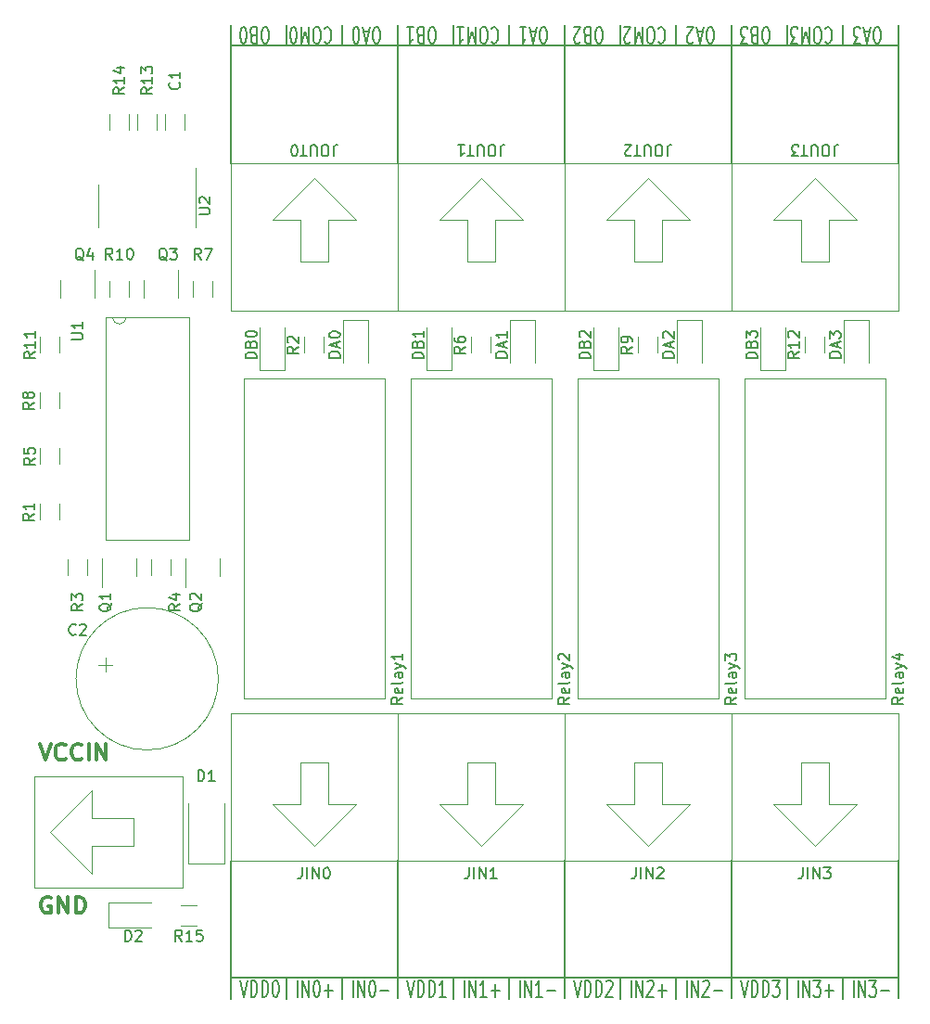
<source format=gbr>
%TF.GenerationSoftware,KiCad,Pcbnew,7.0.6*%
%TF.CreationDate,2023-07-18T18:02:52+08:00*%
%TF.ProjectId,RelayModuleMK1_KiCad,52656c61-794d-46f6-9475-6c654d4b315f,rev?*%
%TF.SameCoordinates,Original*%
%TF.FileFunction,Legend,Top*%
%TF.FilePolarity,Positive*%
%FSLAX46Y46*%
G04 Gerber Fmt 4.6, Leading zero omitted, Abs format (unit mm)*
G04 Created by KiCad (PCBNEW 7.0.6) date 2023-07-18 18:02:52*
%MOMM*%
%LPD*%
G01*
G04 APERTURE LIST*
%ADD10C,0.152000*%
%ADD11C,0.200000*%
%ADD12C,0.300000*%
%ADD13C,0.150000*%
%ADD14C,0.120000*%
G04 APERTURE END LIST*
D10*
X264160000Y-33655000D02*
X264160000Y-31750000D01*
X223520000Y-118745000D02*
X238760000Y-118745000D01*
X213360000Y-33655000D02*
X213360000Y-31750000D01*
X269240000Y-33655000D02*
X254000000Y-33655000D01*
X238760000Y-118745000D02*
X254000000Y-118745000D01*
X228600000Y-118745000D02*
X228600000Y-120650000D01*
X264160000Y-118745000D02*
X264160000Y-120650000D01*
X213360000Y-118745000D02*
X213360000Y-120650000D01*
X254000000Y-118745000D02*
X269240000Y-118745000D01*
X238760000Y-120597500D02*
X238760000Y-108002500D01*
X243840000Y-118745000D02*
X243840000Y-120650000D01*
X269240000Y-120597500D02*
X269240000Y-108002500D01*
X238760000Y-31802500D02*
X238760000Y-44397500D01*
X259080000Y-33655000D02*
X259080000Y-31750000D01*
X233680000Y-33655000D02*
X233680000Y-31750000D01*
X254000000Y-120597500D02*
X254000000Y-108002500D01*
X254000000Y-33655000D02*
X238760000Y-33655000D01*
X238760000Y-33655000D02*
X223520000Y-33655000D01*
X233680000Y-118745000D02*
X233680000Y-120650000D01*
X248920000Y-33655000D02*
X248920000Y-31750000D01*
X269240000Y-31750000D02*
X269240000Y-44345000D01*
X208280000Y-120650000D02*
X208280000Y-108055000D01*
X223520000Y-33655000D02*
X208280000Y-33655000D01*
X248920000Y-118745000D02*
X248920000Y-120650000D01*
X254000000Y-31802500D02*
X254000000Y-44397500D01*
X223520000Y-31802500D02*
X223520000Y-44397500D01*
X223520000Y-120597500D02*
X223520000Y-108002500D01*
X208280000Y-118745000D02*
X223520000Y-118745000D01*
X259080000Y-118745000D02*
X259080000Y-120650000D01*
X228600000Y-33655000D02*
X228600000Y-31750000D01*
X218440000Y-33655000D02*
X218440000Y-31750000D01*
X218440000Y-118745000D02*
X218440000Y-120650000D01*
X243840000Y-33655000D02*
X243840000Y-31750000D01*
X208280000Y-31802500D02*
X208280000Y-44397500D01*
D11*
X247343898Y-32086828D02*
X247391517Y-32015400D01*
X247391517Y-32015400D02*
X247534374Y-31943971D01*
X247534374Y-31943971D02*
X247629612Y-31943971D01*
X247629612Y-31943971D02*
X247772469Y-32015400D01*
X247772469Y-32015400D02*
X247867707Y-32158257D01*
X247867707Y-32158257D02*
X247915326Y-32301114D01*
X247915326Y-32301114D02*
X247962945Y-32586828D01*
X247962945Y-32586828D02*
X247962945Y-32801114D01*
X247962945Y-32801114D02*
X247915326Y-33086828D01*
X247915326Y-33086828D02*
X247867707Y-33229685D01*
X247867707Y-33229685D02*
X247772469Y-33372542D01*
X247772469Y-33372542D02*
X247629612Y-33443971D01*
X247629612Y-33443971D02*
X247534374Y-33443971D01*
X247534374Y-33443971D02*
X247391517Y-33372542D01*
X247391517Y-33372542D02*
X247343898Y-33301114D01*
X246724850Y-33443971D02*
X246534374Y-33443971D01*
X246534374Y-33443971D02*
X246439136Y-33372542D01*
X246439136Y-33372542D02*
X246343898Y-33229685D01*
X246343898Y-33229685D02*
X246296279Y-32943971D01*
X246296279Y-32943971D02*
X246296279Y-32443971D01*
X246296279Y-32443971D02*
X246343898Y-32158257D01*
X246343898Y-32158257D02*
X246439136Y-32015400D01*
X246439136Y-32015400D02*
X246534374Y-31943971D01*
X246534374Y-31943971D02*
X246724850Y-31943971D01*
X246724850Y-31943971D02*
X246820088Y-32015400D01*
X246820088Y-32015400D02*
X246915326Y-32158257D01*
X246915326Y-32158257D02*
X246962945Y-32443971D01*
X246962945Y-32443971D02*
X246962945Y-32943971D01*
X246962945Y-32943971D02*
X246915326Y-33229685D01*
X246915326Y-33229685D02*
X246820088Y-33372542D01*
X246820088Y-33372542D02*
X246724850Y-33443971D01*
X245867707Y-31943971D02*
X245867707Y-33443971D01*
X245867707Y-33443971D02*
X245534374Y-32372542D01*
X245534374Y-32372542D02*
X245201041Y-33443971D01*
X245201041Y-33443971D02*
X245201041Y-31943971D01*
X244772469Y-33301114D02*
X244724850Y-33372542D01*
X244724850Y-33372542D02*
X244629612Y-33443971D01*
X244629612Y-33443971D02*
X244391517Y-33443971D01*
X244391517Y-33443971D02*
X244296279Y-33372542D01*
X244296279Y-33372542D02*
X244248660Y-33301114D01*
X244248660Y-33301114D02*
X244201041Y-33158257D01*
X244201041Y-33158257D02*
X244201041Y-33015400D01*
X244201041Y-33015400D02*
X244248660Y-32801114D01*
X244248660Y-32801114D02*
X244820088Y-31943971D01*
X244820088Y-31943971D02*
X244201041Y-31943971D01*
X260084673Y-120456028D02*
X260084673Y-118956028D01*
X260560863Y-120456028D02*
X260560863Y-118956028D01*
X260560863Y-118956028D02*
X261132291Y-120456028D01*
X261132291Y-120456028D02*
X261132291Y-118956028D01*
X261513244Y-118956028D02*
X262132291Y-118956028D01*
X262132291Y-118956028D02*
X261798958Y-119527457D01*
X261798958Y-119527457D02*
X261941815Y-119527457D01*
X261941815Y-119527457D02*
X262037053Y-119598885D01*
X262037053Y-119598885D02*
X262084672Y-119670314D01*
X262084672Y-119670314D02*
X262132291Y-119813171D01*
X262132291Y-119813171D02*
X262132291Y-120170314D01*
X262132291Y-120170314D02*
X262084672Y-120313171D01*
X262084672Y-120313171D02*
X262037053Y-120384600D01*
X262037053Y-120384600D02*
X261941815Y-120456028D01*
X261941815Y-120456028D02*
X261656101Y-120456028D01*
X261656101Y-120456028D02*
X261560863Y-120384600D01*
X261560863Y-120384600D02*
X261513244Y-120313171D01*
X262560863Y-119884600D02*
X263322768Y-119884600D01*
X262941815Y-120456028D02*
X262941815Y-119313171D01*
X242009850Y-33443971D02*
X241819374Y-33443971D01*
X241819374Y-33443971D02*
X241724136Y-33372542D01*
X241724136Y-33372542D02*
X241628898Y-33229685D01*
X241628898Y-33229685D02*
X241581279Y-32943971D01*
X241581279Y-32943971D02*
X241581279Y-32443971D01*
X241581279Y-32443971D02*
X241628898Y-32158257D01*
X241628898Y-32158257D02*
X241724136Y-32015400D01*
X241724136Y-32015400D02*
X241819374Y-31943971D01*
X241819374Y-31943971D02*
X242009850Y-31943971D01*
X242009850Y-31943971D02*
X242105088Y-32015400D01*
X242105088Y-32015400D02*
X242200326Y-32158257D01*
X242200326Y-32158257D02*
X242247945Y-32443971D01*
X242247945Y-32443971D02*
X242247945Y-32943971D01*
X242247945Y-32943971D02*
X242200326Y-33229685D01*
X242200326Y-33229685D02*
X242105088Y-33372542D01*
X242105088Y-33372542D02*
X242009850Y-33443971D01*
X240819374Y-32729685D02*
X240676517Y-32658257D01*
X240676517Y-32658257D02*
X240628898Y-32586828D01*
X240628898Y-32586828D02*
X240581279Y-32443971D01*
X240581279Y-32443971D02*
X240581279Y-32229685D01*
X240581279Y-32229685D02*
X240628898Y-32086828D01*
X240628898Y-32086828D02*
X240676517Y-32015400D01*
X240676517Y-32015400D02*
X240771755Y-31943971D01*
X240771755Y-31943971D02*
X241152707Y-31943971D01*
X241152707Y-31943971D02*
X241152707Y-33443971D01*
X241152707Y-33443971D02*
X240819374Y-33443971D01*
X240819374Y-33443971D02*
X240724136Y-33372542D01*
X240724136Y-33372542D02*
X240676517Y-33301114D01*
X240676517Y-33301114D02*
X240628898Y-33158257D01*
X240628898Y-33158257D02*
X240628898Y-33015400D01*
X240628898Y-33015400D02*
X240676517Y-32872542D01*
X240676517Y-32872542D02*
X240724136Y-32801114D01*
X240724136Y-32801114D02*
X240819374Y-32729685D01*
X240819374Y-32729685D02*
X241152707Y-32729685D01*
X240200326Y-33301114D02*
X240152707Y-33372542D01*
X240152707Y-33372542D02*
X240057469Y-33443971D01*
X240057469Y-33443971D02*
X239819374Y-33443971D01*
X239819374Y-33443971D02*
X239724136Y-33372542D01*
X239724136Y-33372542D02*
X239676517Y-33301114D01*
X239676517Y-33301114D02*
X239628898Y-33158257D01*
X239628898Y-33158257D02*
X239628898Y-33015400D01*
X239628898Y-33015400D02*
X239676517Y-32801114D01*
X239676517Y-32801114D02*
X240247945Y-31943971D01*
X240247945Y-31943971D02*
X239628898Y-31943971D01*
X224381816Y-118956028D02*
X224715149Y-120456028D01*
X224715149Y-120456028D02*
X225048482Y-118956028D01*
X225381816Y-120456028D02*
X225381816Y-118956028D01*
X225381816Y-118956028D02*
X225619911Y-118956028D01*
X225619911Y-118956028D02*
X225762768Y-119027457D01*
X225762768Y-119027457D02*
X225858006Y-119170314D01*
X225858006Y-119170314D02*
X225905625Y-119313171D01*
X225905625Y-119313171D02*
X225953244Y-119598885D01*
X225953244Y-119598885D02*
X225953244Y-119813171D01*
X225953244Y-119813171D02*
X225905625Y-120098885D01*
X225905625Y-120098885D02*
X225858006Y-120241742D01*
X225858006Y-120241742D02*
X225762768Y-120384600D01*
X225762768Y-120384600D02*
X225619911Y-120456028D01*
X225619911Y-120456028D02*
X225381816Y-120456028D01*
X226381816Y-120456028D02*
X226381816Y-118956028D01*
X226381816Y-118956028D02*
X226619911Y-118956028D01*
X226619911Y-118956028D02*
X226762768Y-119027457D01*
X226762768Y-119027457D02*
X226858006Y-119170314D01*
X226858006Y-119170314D02*
X226905625Y-119313171D01*
X226905625Y-119313171D02*
X226953244Y-119598885D01*
X226953244Y-119598885D02*
X226953244Y-119813171D01*
X226953244Y-119813171D02*
X226905625Y-120098885D01*
X226905625Y-120098885D02*
X226858006Y-120241742D01*
X226858006Y-120241742D02*
X226762768Y-120384600D01*
X226762768Y-120384600D02*
X226619911Y-120456028D01*
X226619911Y-120456028D02*
X226381816Y-120456028D01*
X227905625Y-120456028D02*
X227334197Y-120456028D01*
X227619911Y-120456028D02*
X227619911Y-118956028D01*
X227619911Y-118956028D02*
X227524673Y-119170314D01*
X227524673Y-119170314D02*
X227429435Y-119313171D01*
X227429435Y-119313171D02*
X227334197Y-119384600D01*
X239621816Y-118956028D02*
X239955149Y-120456028D01*
X239955149Y-120456028D02*
X240288482Y-118956028D01*
X240621816Y-120456028D02*
X240621816Y-118956028D01*
X240621816Y-118956028D02*
X240859911Y-118956028D01*
X240859911Y-118956028D02*
X241002768Y-119027457D01*
X241002768Y-119027457D02*
X241098006Y-119170314D01*
X241098006Y-119170314D02*
X241145625Y-119313171D01*
X241145625Y-119313171D02*
X241193244Y-119598885D01*
X241193244Y-119598885D02*
X241193244Y-119813171D01*
X241193244Y-119813171D02*
X241145625Y-120098885D01*
X241145625Y-120098885D02*
X241098006Y-120241742D01*
X241098006Y-120241742D02*
X241002768Y-120384600D01*
X241002768Y-120384600D02*
X240859911Y-120456028D01*
X240859911Y-120456028D02*
X240621816Y-120456028D01*
X241621816Y-120456028D02*
X241621816Y-118956028D01*
X241621816Y-118956028D02*
X241859911Y-118956028D01*
X241859911Y-118956028D02*
X242002768Y-119027457D01*
X242002768Y-119027457D02*
X242098006Y-119170314D01*
X242098006Y-119170314D02*
X242145625Y-119313171D01*
X242145625Y-119313171D02*
X242193244Y-119598885D01*
X242193244Y-119598885D02*
X242193244Y-119813171D01*
X242193244Y-119813171D02*
X242145625Y-120098885D01*
X242145625Y-120098885D02*
X242098006Y-120241742D01*
X242098006Y-120241742D02*
X242002768Y-120384600D01*
X242002768Y-120384600D02*
X241859911Y-120456028D01*
X241859911Y-120456028D02*
X241621816Y-120456028D01*
X242574197Y-119098885D02*
X242621816Y-119027457D01*
X242621816Y-119027457D02*
X242717054Y-118956028D01*
X242717054Y-118956028D02*
X242955149Y-118956028D01*
X242955149Y-118956028D02*
X243050387Y-119027457D01*
X243050387Y-119027457D02*
X243098006Y-119098885D01*
X243098006Y-119098885D02*
X243145625Y-119241742D01*
X243145625Y-119241742D02*
X243145625Y-119384600D01*
X243145625Y-119384600D02*
X243098006Y-119598885D01*
X243098006Y-119598885D02*
X242526578Y-120456028D01*
X242526578Y-120456028D02*
X243145625Y-120456028D01*
X257249850Y-33443971D02*
X257059374Y-33443971D01*
X257059374Y-33443971D02*
X256964136Y-33372542D01*
X256964136Y-33372542D02*
X256868898Y-33229685D01*
X256868898Y-33229685D02*
X256821279Y-32943971D01*
X256821279Y-32943971D02*
X256821279Y-32443971D01*
X256821279Y-32443971D02*
X256868898Y-32158257D01*
X256868898Y-32158257D02*
X256964136Y-32015400D01*
X256964136Y-32015400D02*
X257059374Y-31943971D01*
X257059374Y-31943971D02*
X257249850Y-31943971D01*
X257249850Y-31943971D02*
X257345088Y-32015400D01*
X257345088Y-32015400D02*
X257440326Y-32158257D01*
X257440326Y-32158257D02*
X257487945Y-32443971D01*
X257487945Y-32443971D02*
X257487945Y-32943971D01*
X257487945Y-32943971D02*
X257440326Y-33229685D01*
X257440326Y-33229685D02*
X257345088Y-33372542D01*
X257345088Y-33372542D02*
X257249850Y-33443971D01*
X256059374Y-32729685D02*
X255916517Y-32658257D01*
X255916517Y-32658257D02*
X255868898Y-32586828D01*
X255868898Y-32586828D02*
X255821279Y-32443971D01*
X255821279Y-32443971D02*
X255821279Y-32229685D01*
X255821279Y-32229685D02*
X255868898Y-32086828D01*
X255868898Y-32086828D02*
X255916517Y-32015400D01*
X255916517Y-32015400D02*
X256011755Y-31943971D01*
X256011755Y-31943971D02*
X256392707Y-31943971D01*
X256392707Y-31943971D02*
X256392707Y-33443971D01*
X256392707Y-33443971D02*
X256059374Y-33443971D01*
X256059374Y-33443971D02*
X255964136Y-33372542D01*
X255964136Y-33372542D02*
X255916517Y-33301114D01*
X255916517Y-33301114D02*
X255868898Y-33158257D01*
X255868898Y-33158257D02*
X255868898Y-33015400D01*
X255868898Y-33015400D02*
X255916517Y-32872542D01*
X255916517Y-32872542D02*
X255964136Y-32801114D01*
X255964136Y-32801114D02*
X256059374Y-32729685D01*
X256059374Y-32729685D02*
X256392707Y-32729685D01*
X255487945Y-33443971D02*
X254868898Y-33443971D01*
X254868898Y-33443971D02*
X255202231Y-32872542D01*
X255202231Y-32872542D02*
X255059374Y-32872542D01*
X255059374Y-32872542D02*
X254964136Y-32801114D01*
X254964136Y-32801114D02*
X254916517Y-32729685D01*
X254916517Y-32729685D02*
X254868898Y-32586828D01*
X254868898Y-32586828D02*
X254868898Y-32229685D01*
X254868898Y-32229685D02*
X254916517Y-32086828D01*
X254916517Y-32086828D02*
X254964136Y-32015400D01*
X254964136Y-32015400D02*
X255059374Y-31943971D01*
X255059374Y-31943971D02*
X255345088Y-31943971D01*
X255345088Y-31943971D02*
X255440326Y-32015400D01*
X255440326Y-32015400D02*
X255487945Y-32086828D01*
X209141816Y-118956028D02*
X209475149Y-120456028D01*
X209475149Y-120456028D02*
X209808482Y-118956028D01*
X210141816Y-120456028D02*
X210141816Y-118956028D01*
X210141816Y-118956028D02*
X210379911Y-118956028D01*
X210379911Y-118956028D02*
X210522768Y-119027457D01*
X210522768Y-119027457D02*
X210618006Y-119170314D01*
X210618006Y-119170314D02*
X210665625Y-119313171D01*
X210665625Y-119313171D02*
X210713244Y-119598885D01*
X210713244Y-119598885D02*
X210713244Y-119813171D01*
X210713244Y-119813171D02*
X210665625Y-120098885D01*
X210665625Y-120098885D02*
X210618006Y-120241742D01*
X210618006Y-120241742D02*
X210522768Y-120384600D01*
X210522768Y-120384600D02*
X210379911Y-120456028D01*
X210379911Y-120456028D02*
X210141816Y-120456028D01*
X211141816Y-120456028D02*
X211141816Y-118956028D01*
X211141816Y-118956028D02*
X211379911Y-118956028D01*
X211379911Y-118956028D02*
X211522768Y-119027457D01*
X211522768Y-119027457D02*
X211618006Y-119170314D01*
X211618006Y-119170314D02*
X211665625Y-119313171D01*
X211665625Y-119313171D02*
X211713244Y-119598885D01*
X211713244Y-119598885D02*
X211713244Y-119813171D01*
X211713244Y-119813171D02*
X211665625Y-120098885D01*
X211665625Y-120098885D02*
X211618006Y-120241742D01*
X211618006Y-120241742D02*
X211522768Y-120384600D01*
X211522768Y-120384600D02*
X211379911Y-120456028D01*
X211379911Y-120456028D02*
X211141816Y-120456028D01*
X212332292Y-118956028D02*
X212427530Y-118956028D01*
X212427530Y-118956028D02*
X212522768Y-119027457D01*
X212522768Y-119027457D02*
X212570387Y-119098885D01*
X212570387Y-119098885D02*
X212618006Y-119241742D01*
X212618006Y-119241742D02*
X212665625Y-119527457D01*
X212665625Y-119527457D02*
X212665625Y-119884600D01*
X212665625Y-119884600D02*
X212618006Y-120170314D01*
X212618006Y-120170314D02*
X212570387Y-120313171D01*
X212570387Y-120313171D02*
X212522768Y-120384600D01*
X212522768Y-120384600D02*
X212427530Y-120456028D01*
X212427530Y-120456028D02*
X212332292Y-120456028D01*
X212332292Y-120456028D02*
X212237054Y-120384600D01*
X212237054Y-120384600D02*
X212189435Y-120313171D01*
X212189435Y-120313171D02*
X212141816Y-120170314D01*
X212141816Y-120170314D02*
X212094197Y-119884600D01*
X212094197Y-119884600D02*
X212094197Y-119527457D01*
X212094197Y-119527457D02*
X212141816Y-119241742D01*
X212141816Y-119241742D02*
X212189435Y-119098885D01*
X212189435Y-119098885D02*
X212237054Y-119027457D01*
X212237054Y-119027457D02*
X212332292Y-118956028D01*
X219444673Y-120456028D02*
X219444673Y-118956028D01*
X219920863Y-120456028D02*
X219920863Y-118956028D01*
X219920863Y-118956028D02*
X220492291Y-120456028D01*
X220492291Y-120456028D02*
X220492291Y-118956028D01*
X221158958Y-118956028D02*
X221254196Y-118956028D01*
X221254196Y-118956028D02*
X221349434Y-119027457D01*
X221349434Y-119027457D02*
X221397053Y-119098885D01*
X221397053Y-119098885D02*
X221444672Y-119241742D01*
X221444672Y-119241742D02*
X221492291Y-119527457D01*
X221492291Y-119527457D02*
X221492291Y-119884600D01*
X221492291Y-119884600D02*
X221444672Y-120170314D01*
X221444672Y-120170314D02*
X221397053Y-120313171D01*
X221397053Y-120313171D02*
X221349434Y-120384600D01*
X221349434Y-120384600D02*
X221254196Y-120456028D01*
X221254196Y-120456028D02*
X221158958Y-120456028D01*
X221158958Y-120456028D02*
X221063720Y-120384600D01*
X221063720Y-120384600D02*
X221016101Y-120313171D01*
X221016101Y-120313171D02*
X220968482Y-120170314D01*
X220968482Y-120170314D02*
X220920863Y-119884600D01*
X220920863Y-119884600D02*
X220920863Y-119527457D01*
X220920863Y-119527457D02*
X220968482Y-119241742D01*
X220968482Y-119241742D02*
X221016101Y-119098885D01*
X221016101Y-119098885D02*
X221063720Y-119027457D01*
X221063720Y-119027457D02*
X221158958Y-118956028D01*
X221920863Y-119884600D02*
X222682768Y-119884600D01*
X244844673Y-120456028D02*
X244844673Y-118956028D01*
X245320863Y-120456028D02*
X245320863Y-118956028D01*
X245320863Y-118956028D02*
X245892291Y-120456028D01*
X245892291Y-120456028D02*
X245892291Y-118956028D01*
X246320863Y-119098885D02*
X246368482Y-119027457D01*
X246368482Y-119027457D02*
X246463720Y-118956028D01*
X246463720Y-118956028D02*
X246701815Y-118956028D01*
X246701815Y-118956028D02*
X246797053Y-119027457D01*
X246797053Y-119027457D02*
X246844672Y-119098885D01*
X246844672Y-119098885D02*
X246892291Y-119241742D01*
X246892291Y-119241742D02*
X246892291Y-119384600D01*
X246892291Y-119384600D02*
X246844672Y-119598885D01*
X246844672Y-119598885D02*
X246273244Y-120456028D01*
X246273244Y-120456028D02*
X246892291Y-120456028D01*
X247320863Y-119884600D02*
X248082768Y-119884600D01*
X247701815Y-120456028D02*
X247701815Y-119313171D01*
X249924673Y-120456028D02*
X249924673Y-118956028D01*
X250400863Y-120456028D02*
X250400863Y-118956028D01*
X250400863Y-118956028D02*
X250972291Y-120456028D01*
X250972291Y-120456028D02*
X250972291Y-118956028D01*
X251400863Y-119098885D02*
X251448482Y-119027457D01*
X251448482Y-119027457D02*
X251543720Y-118956028D01*
X251543720Y-118956028D02*
X251781815Y-118956028D01*
X251781815Y-118956028D02*
X251877053Y-119027457D01*
X251877053Y-119027457D02*
X251924672Y-119098885D01*
X251924672Y-119098885D02*
X251972291Y-119241742D01*
X251972291Y-119241742D02*
X251972291Y-119384600D01*
X251972291Y-119384600D02*
X251924672Y-119598885D01*
X251924672Y-119598885D02*
X251353244Y-120456028D01*
X251353244Y-120456028D02*
X251972291Y-120456028D01*
X252400863Y-119884600D02*
X253162768Y-119884600D01*
X234684673Y-120456028D02*
X234684673Y-118956028D01*
X235160863Y-120456028D02*
X235160863Y-118956028D01*
X235160863Y-118956028D02*
X235732291Y-120456028D01*
X235732291Y-120456028D02*
X235732291Y-118956028D01*
X236732291Y-120456028D02*
X236160863Y-120456028D01*
X236446577Y-120456028D02*
X236446577Y-118956028D01*
X236446577Y-118956028D02*
X236351339Y-119170314D01*
X236351339Y-119170314D02*
X236256101Y-119313171D01*
X236256101Y-119313171D02*
X236160863Y-119384600D01*
X237160863Y-119884600D02*
X237922768Y-119884600D01*
X226769850Y-33443971D02*
X226579374Y-33443971D01*
X226579374Y-33443971D02*
X226484136Y-33372542D01*
X226484136Y-33372542D02*
X226388898Y-33229685D01*
X226388898Y-33229685D02*
X226341279Y-32943971D01*
X226341279Y-32943971D02*
X226341279Y-32443971D01*
X226341279Y-32443971D02*
X226388898Y-32158257D01*
X226388898Y-32158257D02*
X226484136Y-32015400D01*
X226484136Y-32015400D02*
X226579374Y-31943971D01*
X226579374Y-31943971D02*
X226769850Y-31943971D01*
X226769850Y-31943971D02*
X226865088Y-32015400D01*
X226865088Y-32015400D02*
X226960326Y-32158257D01*
X226960326Y-32158257D02*
X227007945Y-32443971D01*
X227007945Y-32443971D02*
X227007945Y-32943971D01*
X227007945Y-32943971D02*
X226960326Y-33229685D01*
X226960326Y-33229685D02*
X226865088Y-33372542D01*
X226865088Y-33372542D02*
X226769850Y-33443971D01*
X225579374Y-32729685D02*
X225436517Y-32658257D01*
X225436517Y-32658257D02*
X225388898Y-32586828D01*
X225388898Y-32586828D02*
X225341279Y-32443971D01*
X225341279Y-32443971D02*
X225341279Y-32229685D01*
X225341279Y-32229685D02*
X225388898Y-32086828D01*
X225388898Y-32086828D02*
X225436517Y-32015400D01*
X225436517Y-32015400D02*
X225531755Y-31943971D01*
X225531755Y-31943971D02*
X225912707Y-31943971D01*
X225912707Y-31943971D02*
X225912707Y-33443971D01*
X225912707Y-33443971D02*
X225579374Y-33443971D01*
X225579374Y-33443971D02*
X225484136Y-33372542D01*
X225484136Y-33372542D02*
X225436517Y-33301114D01*
X225436517Y-33301114D02*
X225388898Y-33158257D01*
X225388898Y-33158257D02*
X225388898Y-33015400D01*
X225388898Y-33015400D02*
X225436517Y-32872542D01*
X225436517Y-32872542D02*
X225484136Y-32801114D01*
X225484136Y-32801114D02*
X225579374Y-32729685D01*
X225579374Y-32729685D02*
X225912707Y-32729685D01*
X224388898Y-31943971D02*
X224960326Y-31943971D01*
X224674612Y-31943971D02*
X224674612Y-33443971D01*
X224674612Y-33443971D02*
X224769850Y-33229685D01*
X224769850Y-33229685D02*
X224865088Y-33086828D01*
X224865088Y-33086828D02*
X224960326Y-33015400D01*
X221689850Y-33443971D02*
X221499374Y-33443971D01*
X221499374Y-33443971D02*
X221404136Y-33372542D01*
X221404136Y-33372542D02*
X221308898Y-33229685D01*
X221308898Y-33229685D02*
X221261279Y-32943971D01*
X221261279Y-32943971D02*
X221261279Y-32443971D01*
X221261279Y-32443971D02*
X221308898Y-32158257D01*
X221308898Y-32158257D02*
X221404136Y-32015400D01*
X221404136Y-32015400D02*
X221499374Y-31943971D01*
X221499374Y-31943971D02*
X221689850Y-31943971D01*
X221689850Y-31943971D02*
X221785088Y-32015400D01*
X221785088Y-32015400D02*
X221880326Y-32158257D01*
X221880326Y-32158257D02*
X221927945Y-32443971D01*
X221927945Y-32443971D02*
X221927945Y-32943971D01*
X221927945Y-32943971D02*
X221880326Y-33229685D01*
X221880326Y-33229685D02*
X221785088Y-33372542D01*
X221785088Y-33372542D02*
X221689850Y-33443971D01*
X220880326Y-32372542D02*
X220404136Y-32372542D01*
X220975564Y-31943971D02*
X220642231Y-33443971D01*
X220642231Y-33443971D02*
X220308898Y-31943971D01*
X219785088Y-33443971D02*
X219689850Y-33443971D01*
X219689850Y-33443971D02*
X219594612Y-33372542D01*
X219594612Y-33372542D02*
X219546993Y-33301114D01*
X219546993Y-33301114D02*
X219499374Y-33158257D01*
X219499374Y-33158257D02*
X219451755Y-32872542D01*
X219451755Y-32872542D02*
X219451755Y-32515400D01*
X219451755Y-32515400D02*
X219499374Y-32229685D01*
X219499374Y-32229685D02*
X219546993Y-32086828D01*
X219546993Y-32086828D02*
X219594612Y-32015400D01*
X219594612Y-32015400D02*
X219689850Y-31943971D01*
X219689850Y-31943971D02*
X219785088Y-31943971D01*
X219785088Y-31943971D02*
X219880326Y-32015400D01*
X219880326Y-32015400D02*
X219927945Y-32086828D01*
X219927945Y-32086828D02*
X219975564Y-32229685D01*
X219975564Y-32229685D02*
X220023183Y-32515400D01*
X220023183Y-32515400D02*
X220023183Y-32872542D01*
X220023183Y-32872542D02*
X219975564Y-33158257D01*
X219975564Y-33158257D02*
X219927945Y-33301114D01*
X219927945Y-33301114D02*
X219880326Y-33372542D01*
X219880326Y-33372542D02*
X219785088Y-33443971D01*
X216863898Y-32086828D02*
X216911517Y-32015400D01*
X216911517Y-32015400D02*
X217054374Y-31943971D01*
X217054374Y-31943971D02*
X217149612Y-31943971D01*
X217149612Y-31943971D02*
X217292469Y-32015400D01*
X217292469Y-32015400D02*
X217387707Y-32158257D01*
X217387707Y-32158257D02*
X217435326Y-32301114D01*
X217435326Y-32301114D02*
X217482945Y-32586828D01*
X217482945Y-32586828D02*
X217482945Y-32801114D01*
X217482945Y-32801114D02*
X217435326Y-33086828D01*
X217435326Y-33086828D02*
X217387707Y-33229685D01*
X217387707Y-33229685D02*
X217292469Y-33372542D01*
X217292469Y-33372542D02*
X217149612Y-33443971D01*
X217149612Y-33443971D02*
X217054374Y-33443971D01*
X217054374Y-33443971D02*
X216911517Y-33372542D01*
X216911517Y-33372542D02*
X216863898Y-33301114D01*
X216244850Y-33443971D02*
X216054374Y-33443971D01*
X216054374Y-33443971D02*
X215959136Y-33372542D01*
X215959136Y-33372542D02*
X215863898Y-33229685D01*
X215863898Y-33229685D02*
X215816279Y-32943971D01*
X215816279Y-32943971D02*
X215816279Y-32443971D01*
X215816279Y-32443971D02*
X215863898Y-32158257D01*
X215863898Y-32158257D02*
X215959136Y-32015400D01*
X215959136Y-32015400D02*
X216054374Y-31943971D01*
X216054374Y-31943971D02*
X216244850Y-31943971D01*
X216244850Y-31943971D02*
X216340088Y-32015400D01*
X216340088Y-32015400D02*
X216435326Y-32158257D01*
X216435326Y-32158257D02*
X216482945Y-32443971D01*
X216482945Y-32443971D02*
X216482945Y-32943971D01*
X216482945Y-32943971D02*
X216435326Y-33229685D01*
X216435326Y-33229685D02*
X216340088Y-33372542D01*
X216340088Y-33372542D02*
X216244850Y-33443971D01*
X215387707Y-31943971D02*
X215387707Y-33443971D01*
X215387707Y-33443971D02*
X215054374Y-32372542D01*
X215054374Y-32372542D02*
X214721041Y-33443971D01*
X214721041Y-33443971D02*
X214721041Y-31943971D01*
X214054374Y-33443971D02*
X213959136Y-33443971D01*
X213959136Y-33443971D02*
X213863898Y-33372542D01*
X213863898Y-33372542D02*
X213816279Y-33301114D01*
X213816279Y-33301114D02*
X213768660Y-33158257D01*
X213768660Y-33158257D02*
X213721041Y-32872542D01*
X213721041Y-32872542D02*
X213721041Y-32515400D01*
X213721041Y-32515400D02*
X213768660Y-32229685D01*
X213768660Y-32229685D02*
X213816279Y-32086828D01*
X213816279Y-32086828D02*
X213863898Y-32015400D01*
X213863898Y-32015400D02*
X213959136Y-31943971D01*
X213959136Y-31943971D02*
X214054374Y-31943971D01*
X214054374Y-31943971D02*
X214149612Y-32015400D01*
X214149612Y-32015400D02*
X214197231Y-32086828D01*
X214197231Y-32086828D02*
X214244850Y-32229685D01*
X214244850Y-32229685D02*
X214292469Y-32515400D01*
X214292469Y-32515400D02*
X214292469Y-32872542D01*
X214292469Y-32872542D02*
X214244850Y-33158257D01*
X214244850Y-33158257D02*
X214197231Y-33301114D01*
X214197231Y-33301114D02*
X214149612Y-33372542D01*
X214149612Y-33372542D02*
X214054374Y-33443971D01*
X267409850Y-33443971D02*
X267219374Y-33443971D01*
X267219374Y-33443971D02*
X267124136Y-33372542D01*
X267124136Y-33372542D02*
X267028898Y-33229685D01*
X267028898Y-33229685D02*
X266981279Y-32943971D01*
X266981279Y-32943971D02*
X266981279Y-32443971D01*
X266981279Y-32443971D02*
X267028898Y-32158257D01*
X267028898Y-32158257D02*
X267124136Y-32015400D01*
X267124136Y-32015400D02*
X267219374Y-31943971D01*
X267219374Y-31943971D02*
X267409850Y-31943971D01*
X267409850Y-31943971D02*
X267505088Y-32015400D01*
X267505088Y-32015400D02*
X267600326Y-32158257D01*
X267600326Y-32158257D02*
X267647945Y-32443971D01*
X267647945Y-32443971D02*
X267647945Y-32943971D01*
X267647945Y-32943971D02*
X267600326Y-33229685D01*
X267600326Y-33229685D02*
X267505088Y-33372542D01*
X267505088Y-33372542D02*
X267409850Y-33443971D01*
X266600326Y-32372542D02*
X266124136Y-32372542D01*
X266695564Y-31943971D02*
X266362231Y-33443971D01*
X266362231Y-33443971D02*
X266028898Y-31943971D01*
X265790802Y-33443971D02*
X265171755Y-33443971D01*
X265171755Y-33443971D02*
X265505088Y-32872542D01*
X265505088Y-32872542D02*
X265362231Y-32872542D01*
X265362231Y-32872542D02*
X265266993Y-32801114D01*
X265266993Y-32801114D02*
X265219374Y-32729685D01*
X265219374Y-32729685D02*
X265171755Y-32586828D01*
X265171755Y-32586828D02*
X265171755Y-32229685D01*
X265171755Y-32229685D02*
X265219374Y-32086828D01*
X265219374Y-32086828D02*
X265266993Y-32015400D01*
X265266993Y-32015400D02*
X265362231Y-31943971D01*
X265362231Y-31943971D02*
X265647945Y-31943971D01*
X265647945Y-31943971D02*
X265743183Y-32015400D01*
X265743183Y-32015400D02*
X265790802Y-32086828D01*
X236929850Y-33443971D02*
X236739374Y-33443971D01*
X236739374Y-33443971D02*
X236644136Y-33372542D01*
X236644136Y-33372542D02*
X236548898Y-33229685D01*
X236548898Y-33229685D02*
X236501279Y-32943971D01*
X236501279Y-32943971D02*
X236501279Y-32443971D01*
X236501279Y-32443971D02*
X236548898Y-32158257D01*
X236548898Y-32158257D02*
X236644136Y-32015400D01*
X236644136Y-32015400D02*
X236739374Y-31943971D01*
X236739374Y-31943971D02*
X236929850Y-31943971D01*
X236929850Y-31943971D02*
X237025088Y-32015400D01*
X237025088Y-32015400D02*
X237120326Y-32158257D01*
X237120326Y-32158257D02*
X237167945Y-32443971D01*
X237167945Y-32443971D02*
X237167945Y-32943971D01*
X237167945Y-32943971D02*
X237120326Y-33229685D01*
X237120326Y-33229685D02*
X237025088Y-33372542D01*
X237025088Y-33372542D02*
X236929850Y-33443971D01*
X236120326Y-32372542D02*
X235644136Y-32372542D01*
X236215564Y-31943971D02*
X235882231Y-33443971D01*
X235882231Y-33443971D02*
X235548898Y-31943971D01*
X234691755Y-31943971D02*
X235263183Y-31943971D01*
X234977469Y-31943971D02*
X234977469Y-33443971D01*
X234977469Y-33443971D02*
X235072707Y-33229685D01*
X235072707Y-33229685D02*
X235167945Y-33086828D01*
X235167945Y-33086828D02*
X235263183Y-33015400D01*
X211529850Y-33443971D02*
X211339374Y-33443971D01*
X211339374Y-33443971D02*
X211244136Y-33372542D01*
X211244136Y-33372542D02*
X211148898Y-33229685D01*
X211148898Y-33229685D02*
X211101279Y-32943971D01*
X211101279Y-32943971D02*
X211101279Y-32443971D01*
X211101279Y-32443971D02*
X211148898Y-32158257D01*
X211148898Y-32158257D02*
X211244136Y-32015400D01*
X211244136Y-32015400D02*
X211339374Y-31943971D01*
X211339374Y-31943971D02*
X211529850Y-31943971D01*
X211529850Y-31943971D02*
X211625088Y-32015400D01*
X211625088Y-32015400D02*
X211720326Y-32158257D01*
X211720326Y-32158257D02*
X211767945Y-32443971D01*
X211767945Y-32443971D02*
X211767945Y-32943971D01*
X211767945Y-32943971D02*
X211720326Y-33229685D01*
X211720326Y-33229685D02*
X211625088Y-33372542D01*
X211625088Y-33372542D02*
X211529850Y-33443971D01*
X210339374Y-32729685D02*
X210196517Y-32658257D01*
X210196517Y-32658257D02*
X210148898Y-32586828D01*
X210148898Y-32586828D02*
X210101279Y-32443971D01*
X210101279Y-32443971D02*
X210101279Y-32229685D01*
X210101279Y-32229685D02*
X210148898Y-32086828D01*
X210148898Y-32086828D02*
X210196517Y-32015400D01*
X210196517Y-32015400D02*
X210291755Y-31943971D01*
X210291755Y-31943971D02*
X210672707Y-31943971D01*
X210672707Y-31943971D02*
X210672707Y-33443971D01*
X210672707Y-33443971D02*
X210339374Y-33443971D01*
X210339374Y-33443971D02*
X210244136Y-33372542D01*
X210244136Y-33372542D02*
X210196517Y-33301114D01*
X210196517Y-33301114D02*
X210148898Y-33158257D01*
X210148898Y-33158257D02*
X210148898Y-33015400D01*
X210148898Y-33015400D02*
X210196517Y-32872542D01*
X210196517Y-32872542D02*
X210244136Y-32801114D01*
X210244136Y-32801114D02*
X210339374Y-32729685D01*
X210339374Y-32729685D02*
X210672707Y-32729685D01*
X209482231Y-33443971D02*
X209386993Y-33443971D01*
X209386993Y-33443971D02*
X209291755Y-33372542D01*
X209291755Y-33372542D02*
X209244136Y-33301114D01*
X209244136Y-33301114D02*
X209196517Y-33158257D01*
X209196517Y-33158257D02*
X209148898Y-32872542D01*
X209148898Y-32872542D02*
X209148898Y-32515400D01*
X209148898Y-32515400D02*
X209196517Y-32229685D01*
X209196517Y-32229685D02*
X209244136Y-32086828D01*
X209244136Y-32086828D02*
X209291755Y-32015400D01*
X209291755Y-32015400D02*
X209386993Y-31943971D01*
X209386993Y-31943971D02*
X209482231Y-31943971D01*
X209482231Y-31943971D02*
X209577469Y-32015400D01*
X209577469Y-32015400D02*
X209625088Y-32086828D01*
X209625088Y-32086828D02*
X209672707Y-32229685D01*
X209672707Y-32229685D02*
X209720326Y-32515400D01*
X209720326Y-32515400D02*
X209720326Y-32872542D01*
X209720326Y-32872542D02*
X209672707Y-33158257D01*
X209672707Y-33158257D02*
X209625088Y-33301114D01*
X209625088Y-33301114D02*
X209577469Y-33372542D01*
X209577469Y-33372542D02*
X209482231Y-33443971D01*
D12*
X191840225Y-111402257D02*
X191697368Y-111330828D01*
X191697368Y-111330828D02*
X191483082Y-111330828D01*
X191483082Y-111330828D02*
X191268796Y-111402257D01*
X191268796Y-111402257D02*
X191125939Y-111545114D01*
X191125939Y-111545114D02*
X191054510Y-111687971D01*
X191054510Y-111687971D02*
X190983082Y-111973685D01*
X190983082Y-111973685D02*
X190983082Y-112187971D01*
X190983082Y-112187971D02*
X191054510Y-112473685D01*
X191054510Y-112473685D02*
X191125939Y-112616542D01*
X191125939Y-112616542D02*
X191268796Y-112759400D01*
X191268796Y-112759400D02*
X191483082Y-112830828D01*
X191483082Y-112830828D02*
X191625939Y-112830828D01*
X191625939Y-112830828D02*
X191840225Y-112759400D01*
X191840225Y-112759400D02*
X191911653Y-112687971D01*
X191911653Y-112687971D02*
X191911653Y-112187971D01*
X191911653Y-112187971D02*
X191625939Y-112187971D01*
X192554510Y-112830828D02*
X192554510Y-111330828D01*
X192554510Y-111330828D02*
X193411653Y-112830828D01*
X193411653Y-112830828D02*
X193411653Y-111330828D01*
X194125939Y-112830828D02*
X194125939Y-111330828D01*
X194125939Y-111330828D02*
X194483082Y-111330828D01*
X194483082Y-111330828D02*
X194697368Y-111402257D01*
X194697368Y-111402257D02*
X194840225Y-111545114D01*
X194840225Y-111545114D02*
X194911654Y-111687971D01*
X194911654Y-111687971D02*
X194983082Y-111973685D01*
X194983082Y-111973685D02*
X194983082Y-112187971D01*
X194983082Y-112187971D02*
X194911654Y-112473685D01*
X194911654Y-112473685D02*
X194840225Y-112616542D01*
X194840225Y-112616542D02*
X194697368Y-112759400D01*
X194697368Y-112759400D02*
X194483082Y-112830828D01*
X194483082Y-112830828D02*
X194125939Y-112830828D01*
D11*
X214364673Y-120456028D02*
X214364673Y-118956028D01*
X214840863Y-120456028D02*
X214840863Y-118956028D01*
X214840863Y-118956028D02*
X215412291Y-120456028D01*
X215412291Y-120456028D02*
X215412291Y-118956028D01*
X216078958Y-118956028D02*
X216174196Y-118956028D01*
X216174196Y-118956028D02*
X216269434Y-119027457D01*
X216269434Y-119027457D02*
X216317053Y-119098885D01*
X216317053Y-119098885D02*
X216364672Y-119241742D01*
X216364672Y-119241742D02*
X216412291Y-119527457D01*
X216412291Y-119527457D02*
X216412291Y-119884600D01*
X216412291Y-119884600D02*
X216364672Y-120170314D01*
X216364672Y-120170314D02*
X216317053Y-120313171D01*
X216317053Y-120313171D02*
X216269434Y-120384600D01*
X216269434Y-120384600D02*
X216174196Y-120456028D01*
X216174196Y-120456028D02*
X216078958Y-120456028D01*
X216078958Y-120456028D02*
X215983720Y-120384600D01*
X215983720Y-120384600D02*
X215936101Y-120313171D01*
X215936101Y-120313171D02*
X215888482Y-120170314D01*
X215888482Y-120170314D02*
X215840863Y-119884600D01*
X215840863Y-119884600D02*
X215840863Y-119527457D01*
X215840863Y-119527457D02*
X215888482Y-119241742D01*
X215888482Y-119241742D02*
X215936101Y-119098885D01*
X215936101Y-119098885D02*
X215983720Y-119027457D01*
X215983720Y-119027457D02*
X216078958Y-118956028D01*
X216840863Y-119884600D02*
X217602768Y-119884600D01*
X217221815Y-120456028D02*
X217221815Y-119313171D01*
X262583898Y-32086828D02*
X262631517Y-32015400D01*
X262631517Y-32015400D02*
X262774374Y-31943971D01*
X262774374Y-31943971D02*
X262869612Y-31943971D01*
X262869612Y-31943971D02*
X263012469Y-32015400D01*
X263012469Y-32015400D02*
X263107707Y-32158257D01*
X263107707Y-32158257D02*
X263155326Y-32301114D01*
X263155326Y-32301114D02*
X263202945Y-32586828D01*
X263202945Y-32586828D02*
X263202945Y-32801114D01*
X263202945Y-32801114D02*
X263155326Y-33086828D01*
X263155326Y-33086828D02*
X263107707Y-33229685D01*
X263107707Y-33229685D02*
X263012469Y-33372542D01*
X263012469Y-33372542D02*
X262869612Y-33443971D01*
X262869612Y-33443971D02*
X262774374Y-33443971D01*
X262774374Y-33443971D02*
X262631517Y-33372542D01*
X262631517Y-33372542D02*
X262583898Y-33301114D01*
X261964850Y-33443971D02*
X261774374Y-33443971D01*
X261774374Y-33443971D02*
X261679136Y-33372542D01*
X261679136Y-33372542D02*
X261583898Y-33229685D01*
X261583898Y-33229685D02*
X261536279Y-32943971D01*
X261536279Y-32943971D02*
X261536279Y-32443971D01*
X261536279Y-32443971D02*
X261583898Y-32158257D01*
X261583898Y-32158257D02*
X261679136Y-32015400D01*
X261679136Y-32015400D02*
X261774374Y-31943971D01*
X261774374Y-31943971D02*
X261964850Y-31943971D01*
X261964850Y-31943971D02*
X262060088Y-32015400D01*
X262060088Y-32015400D02*
X262155326Y-32158257D01*
X262155326Y-32158257D02*
X262202945Y-32443971D01*
X262202945Y-32443971D02*
X262202945Y-32943971D01*
X262202945Y-32943971D02*
X262155326Y-33229685D01*
X262155326Y-33229685D02*
X262060088Y-33372542D01*
X262060088Y-33372542D02*
X261964850Y-33443971D01*
X261107707Y-31943971D02*
X261107707Y-33443971D01*
X261107707Y-33443971D02*
X260774374Y-32372542D01*
X260774374Y-32372542D02*
X260441041Y-33443971D01*
X260441041Y-33443971D02*
X260441041Y-31943971D01*
X260060088Y-33443971D02*
X259441041Y-33443971D01*
X259441041Y-33443971D02*
X259774374Y-32872542D01*
X259774374Y-32872542D02*
X259631517Y-32872542D01*
X259631517Y-32872542D02*
X259536279Y-32801114D01*
X259536279Y-32801114D02*
X259488660Y-32729685D01*
X259488660Y-32729685D02*
X259441041Y-32586828D01*
X259441041Y-32586828D02*
X259441041Y-32229685D01*
X259441041Y-32229685D02*
X259488660Y-32086828D01*
X259488660Y-32086828D02*
X259536279Y-32015400D01*
X259536279Y-32015400D02*
X259631517Y-31943971D01*
X259631517Y-31943971D02*
X259917231Y-31943971D01*
X259917231Y-31943971D02*
X260012469Y-32015400D01*
X260012469Y-32015400D02*
X260060088Y-32086828D01*
X265164673Y-120456028D02*
X265164673Y-118956028D01*
X265640863Y-120456028D02*
X265640863Y-118956028D01*
X265640863Y-118956028D02*
X266212291Y-120456028D01*
X266212291Y-120456028D02*
X266212291Y-118956028D01*
X266593244Y-118956028D02*
X267212291Y-118956028D01*
X267212291Y-118956028D02*
X266878958Y-119527457D01*
X266878958Y-119527457D02*
X267021815Y-119527457D01*
X267021815Y-119527457D02*
X267117053Y-119598885D01*
X267117053Y-119598885D02*
X267164672Y-119670314D01*
X267164672Y-119670314D02*
X267212291Y-119813171D01*
X267212291Y-119813171D02*
X267212291Y-120170314D01*
X267212291Y-120170314D02*
X267164672Y-120313171D01*
X267164672Y-120313171D02*
X267117053Y-120384600D01*
X267117053Y-120384600D02*
X267021815Y-120456028D01*
X267021815Y-120456028D02*
X266736101Y-120456028D01*
X266736101Y-120456028D02*
X266640863Y-120384600D01*
X266640863Y-120384600D02*
X266593244Y-120313171D01*
X267640863Y-119884600D02*
X268402768Y-119884600D01*
X252169850Y-33443971D02*
X251979374Y-33443971D01*
X251979374Y-33443971D02*
X251884136Y-33372542D01*
X251884136Y-33372542D02*
X251788898Y-33229685D01*
X251788898Y-33229685D02*
X251741279Y-32943971D01*
X251741279Y-32943971D02*
X251741279Y-32443971D01*
X251741279Y-32443971D02*
X251788898Y-32158257D01*
X251788898Y-32158257D02*
X251884136Y-32015400D01*
X251884136Y-32015400D02*
X251979374Y-31943971D01*
X251979374Y-31943971D02*
X252169850Y-31943971D01*
X252169850Y-31943971D02*
X252265088Y-32015400D01*
X252265088Y-32015400D02*
X252360326Y-32158257D01*
X252360326Y-32158257D02*
X252407945Y-32443971D01*
X252407945Y-32443971D02*
X252407945Y-32943971D01*
X252407945Y-32943971D02*
X252360326Y-33229685D01*
X252360326Y-33229685D02*
X252265088Y-33372542D01*
X252265088Y-33372542D02*
X252169850Y-33443971D01*
X251360326Y-32372542D02*
X250884136Y-32372542D01*
X251455564Y-31943971D02*
X251122231Y-33443971D01*
X251122231Y-33443971D02*
X250788898Y-31943971D01*
X250503183Y-33301114D02*
X250455564Y-33372542D01*
X250455564Y-33372542D02*
X250360326Y-33443971D01*
X250360326Y-33443971D02*
X250122231Y-33443971D01*
X250122231Y-33443971D02*
X250026993Y-33372542D01*
X250026993Y-33372542D02*
X249979374Y-33301114D01*
X249979374Y-33301114D02*
X249931755Y-33158257D01*
X249931755Y-33158257D02*
X249931755Y-33015400D01*
X249931755Y-33015400D02*
X249979374Y-32801114D01*
X249979374Y-32801114D02*
X250550802Y-31943971D01*
X250550802Y-31943971D02*
X249931755Y-31943971D01*
X254861816Y-118956028D02*
X255195149Y-120456028D01*
X255195149Y-120456028D02*
X255528482Y-118956028D01*
X255861816Y-120456028D02*
X255861816Y-118956028D01*
X255861816Y-118956028D02*
X256099911Y-118956028D01*
X256099911Y-118956028D02*
X256242768Y-119027457D01*
X256242768Y-119027457D02*
X256338006Y-119170314D01*
X256338006Y-119170314D02*
X256385625Y-119313171D01*
X256385625Y-119313171D02*
X256433244Y-119598885D01*
X256433244Y-119598885D02*
X256433244Y-119813171D01*
X256433244Y-119813171D02*
X256385625Y-120098885D01*
X256385625Y-120098885D02*
X256338006Y-120241742D01*
X256338006Y-120241742D02*
X256242768Y-120384600D01*
X256242768Y-120384600D02*
X256099911Y-120456028D01*
X256099911Y-120456028D02*
X255861816Y-120456028D01*
X256861816Y-120456028D02*
X256861816Y-118956028D01*
X256861816Y-118956028D02*
X257099911Y-118956028D01*
X257099911Y-118956028D02*
X257242768Y-119027457D01*
X257242768Y-119027457D02*
X257338006Y-119170314D01*
X257338006Y-119170314D02*
X257385625Y-119313171D01*
X257385625Y-119313171D02*
X257433244Y-119598885D01*
X257433244Y-119598885D02*
X257433244Y-119813171D01*
X257433244Y-119813171D02*
X257385625Y-120098885D01*
X257385625Y-120098885D02*
X257338006Y-120241742D01*
X257338006Y-120241742D02*
X257242768Y-120384600D01*
X257242768Y-120384600D02*
X257099911Y-120456028D01*
X257099911Y-120456028D02*
X256861816Y-120456028D01*
X257766578Y-118956028D02*
X258385625Y-118956028D01*
X258385625Y-118956028D02*
X258052292Y-119527457D01*
X258052292Y-119527457D02*
X258195149Y-119527457D01*
X258195149Y-119527457D02*
X258290387Y-119598885D01*
X258290387Y-119598885D02*
X258338006Y-119670314D01*
X258338006Y-119670314D02*
X258385625Y-119813171D01*
X258385625Y-119813171D02*
X258385625Y-120170314D01*
X258385625Y-120170314D02*
X258338006Y-120313171D01*
X258338006Y-120313171D02*
X258290387Y-120384600D01*
X258290387Y-120384600D02*
X258195149Y-120456028D01*
X258195149Y-120456028D02*
X257909435Y-120456028D01*
X257909435Y-120456028D02*
X257814197Y-120384600D01*
X257814197Y-120384600D02*
X257766578Y-120313171D01*
X232103898Y-32086828D02*
X232151517Y-32015400D01*
X232151517Y-32015400D02*
X232294374Y-31943971D01*
X232294374Y-31943971D02*
X232389612Y-31943971D01*
X232389612Y-31943971D02*
X232532469Y-32015400D01*
X232532469Y-32015400D02*
X232627707Y-32158257D01*
X232627707Y-32158257D02*
X232675326Y-32301114D01*
X232675326Y-32301114D02*
X232722945Y-32586828D01*
X232722945Y-32586828D02*
X232722945Y-32801114D01*
X232722945Y-32801114D02*
X232675326Y-33086828D01*
X232675326Y-33086828D02*
X232627707Y-33229685D01*
X232627707Y-33229685D02*
X232532469Y-33372542D01*
X232532469Y-33372542D02*
X232389612Y-33443971D01*
X232389612Y-33443971D02*
X232294374Y-33443971D01*
X232294374Y-33443971D02*
X232151517Y-33372542D01*
X232151517Y-33372542D02*
X232103898Y-33301114D01*
X231484850Y-33443971D02*
X231294374Y-33443971D01*
X231294374Y-33443971D02*
X231199136Y-33372542D01*
X231199136Y-33372542D02*
X231103898Y-33229685D01*
X231103898Y-33229685D02*
X231056279Y-32943971D01*
X231056279Y-32943971D02*
X231056279Y-32443971D01*
X231056279Y-32443971D02*
X231103898Y-32158257D01*
X231103898Y-32158257D02*
X231199136Y-32015400D01*
X231199136Y-32015400D02*
X231294374Y-31943971D01*
X231294374Y-31943971D02*
X231484850Y-31943971D01*
X231484850Y-31943971D02*
X231580088Y-32015400D01*
X231580088Y-32015400D02*
X231675326Y-32158257D01*
X231675326Y-32158257D02*
X231722945Y-32443971D01*
X231722945Y-32443971D02*
X231722945Y-32943971D01*
X231722945Y-32943971D02*
X231675326Y-33229685D01*
X231675326Y-33229685D02*
X231580088Y-33372542D01*
X231580088Y-33372542D02*
X231484850Y-33443971D01*
X230627707Y-31943971D02*
X230627707Y-33443971D01*
X230627707Y-33443971D02*
X230294374Y-32372542D01*
X230294374Y-32372542D02*
X229961041Y-33443971D01*
X229961041Y-33443971D02*
X229961041Y-31943971D01*
X228961041Y-31943971D02*
X229532469Y-31943971D01*
X229246755Y-31943971D02*
X229246755Y-33443971D01*
X229246755Y-33443971D02*
X229341993Y-33229685D01*
X229341993Y-33229685D02*
X229437231Y-33086828D01*
X229437231Y-33086828D02*
X229532469Y-33015400D01*
D12*
X190840225Y-97360828D02*
X191340225Y-98860828D01*
X191340225Y-98860828D02*
X191840225Y-97360828D01*
X193197367Y-98717971D02*
X193125939Y-98789400D01*
X193125939Y-98789400D02*
X192911653Y-98860828D01*
X192911653Y-98860828D02*
X192768796Y-98860828D01*
X192768796Y-98860828D02*
X192554510Y-98789400D01*
X192554510Y-98789400D02*
X192411653Y-98646542D01*
X192411653Y-98646542D02*
X192340224Y-98503685D01*
X192340224Y-98503685D02*
X192268796Y-98217971D01*
X192268796Y-98217971D02*
X192268796Y-98003685D01*
X192268796Y-98003685D02*
X192340224Y-97717971D01*
X192340224Y-97717971D02*
X192411653Y-97575114D01*
X192411653Y-97575114D02*
X192554510Y-97432257D01*
X192554510Y-97432257D02*
X192768796Y-97360828D01*
X192768796Y-97360828D02*
X192911653Y-97360828D01*
X192911653Y-97360828D02*
X193125939Y-97432257D01*
X193125939Y-97432257D02*
X193197367Y-97503685D01*
X194697367Y-98717971D02*
X194625939Y-98789400D01*
X194625939Y-98789400D02*
X194411653Y-98860828D01*
X194411653Y-98860828D02*
X194268796Y-98860828D01*
X194268796Y-98860828D02*
X194054510Y-98789400D01*
X194054510Y-98789400D02*
X193911653Y-98646542D01*
X193911653Y-98646542D02*
X193840224Y-98503685D01*
X193840224Y-98503685D02*
X193768796Y-98217971D01*
X193768796Y-98217971D02*
X193768796Y-98003685D01*
X193768796Y-98003685D02*
X193840224Y-97717971D01*
X193840224Y-97717971D02*
X193911653Y-97575114D01*
X193911653Y-97575114D02*
X194054510Y-97432257D01*
X194054510Y-97432257D02*
X194268796Y-97360828D01*
X194268796Y-97360828D02*
X194411653Y-97360828D01*
X194411653Y-97360828D02*
X194625939Y-97432257D01*
X194625939Y-97432257D02*
X194697367Y-97503685D01*
X195340224Y-98860828D02*
X195340224Y-97360828D01*
X196054510Y-98860828D02*
X196054510Y-97360828D01*
X196054510Y-97360828D02*
X196911653Y-98860828D01*
X196911653Y-98860828D02*
X196911653Y-97360828D01*
D11*
X229604673Y-120456028D02*
X229604673Y-118956028D01*
X230080863Y-120456028D02*
X230080863Y-118956028D01*
X230080863Y-118956028D02*
X230652291Y-120456028D01*
X230652291Y-120456028D02*
X230652291Y-118956028D01*
X231652291Y-120456028D02*
X231080863Y-120456028D01*
X231366577Y-120456028D02*
X231366577Y-118956028D01*
X231366577Y-118956028D02*
X231271339Y-119170314D01*
X231271339Y-119170314D02*
X231176101Y-119313171D01*
X231176101Y-119313171D02*
X231080863Y-119384600D01*
X232080863Y-119884600D02*
X232842768Y-119884600D01*
X232461815Y-120456028D02*
X232461815Y-119313171D01*
D13*
X248739819Y-62126666D02*
X247739819Y-62126666D01*
X247739819Y-62126666D02*
X247739819Y-61888571D01*
X247739819Y-61888571D02*
X247787438Y-61745714D01*
X247787438Y-61745714D02*
X247882676Y-61650476D01*
X247882676Y-61650476D02*
X247977914Y-61602857D01*
X247977914Y-61602857D02*
X248168390Y-61555238D01*
X248168390Y-61555238D02*
X248311247Y-61555238D01*
X248311247Y-61555238D02*
X248501723Y-61602857D01*
X248501723Y-61602857D02*
X248596961Y-61650476D01*
X248596961Y-61650476D02*
X248692200Y-61745714D01*
X248692200Y-61745714D02*
X248739819Y-61888571D01*
X248739819Y-61888571D02*
X248739819Y-62126666D01*
X248454104Y-61174285D02*
X248454104Y-60698095D01*
X248739819Y-61269523D02*
X247739819Y-60936190D01*
X247739819Y-60936190D02*
X248739819Y-60602857D01*
X247835057Y-60317142D02*
X247787438Y-60269523D01*
X247787438Y-60269523D02*
X247739819Y-60174285D01*
X247739819Y-60174285D02*
X247739819Y-59936190D01*
X247739819Y-59936190D02*
X247787438Y-59840952D01*
X247787438Y-59840952D02*
X247835057Y-59793333D01*
X247835057Y-59793333D02*
X247930295Y-59745714D01*
X247930295Y-59745714D02*
X248025533Y-59745714D01*
X248025533Y-59745714D02*
X248168390Y-59793333D01*
X248168390Y-59793333D02*
X248739819Y-60364761D01*
X248739819Y-60364761D02*
X248739819Y-59745714D01*
X230044762Y-108674819D02*
X230044762Y-109389104D01*
X230044762Y-109389104D02*
X229997143Y-109531961D01*
X229997143Y-109531961D02*
X229901905Y-109627200D01*
X229901905Y-109627200D02*
X229759048Y-109674819D01*
X229759048Y-109674819D02*
X229663810Y-109674819D01*
X230520953Y-109674819D02*
X230520953Y-108674819D01*
X230997143Y-109674819D02*
X230997143Y-108674819D01*
X230997143Y-108674819D02*
X231568571Y-109674819D01*
X231568571Y-109674819D02*
X231568571Y-108674819D01*
X232568571Y-109674819D02*
X231997143Y-109674819D01*
X232282857Y-109674819D02*
X232282857Y-108674819D01*
X232282857Y-108674819D02*
X232187619Y-108817676D01*
X232187619Y-108817676D02*
X232092381Y-108912914D01*
X232092381Y-108912914D02*
X231997143Y-108960533D01*
X256359819Y-62198094D02*
X255359819Y-62198094D01*
X255359819Y-62198094D02*
X255359819Y-61959999D01*
X255359819Y-61959999D02*
X255407438Y-61817142D01*
X255407438Y-61817142D02*
X255502676Y-61721904D01*
X255502676Y-61721904D02*
X255597914Y-61674285D01*
X255597914Y-61674285D02*
X255788390Y-61626666D01*
X255788390Y-61626666D02*
X255931247Y-61626666D01*
X255931247Y-61626666D02*
X256121723Y-61674285D01*
X256121723Y-61674285D02*
X256216961Y-61721904D01*
X256216961Y-61721904D02*
X256312200Y-61817142D01*
X256312200Y-61817142D02*
X256359819Y-61959999D01*
X256359819Y-61959999D02*
X256359819Y-62198094D01*
X255836009Y-60864761D02*
X255883628Y-60721904D01*
X255883628Y-60721904D02*
X255931247Y-60674285D01*
X255931247Y-60674285D02*
X256026485Y-60626666D01*
X256026485Y-60626666D02*
X256169342Y-60626666D01*
X256169342Y-60626666D02*
X256264580Y-60674285D01*
X256264580Y-60674285D02*
X256312200Y-60721904D01*
X256312200Y-60721904D02*
X256359819Y-60817142D01*
X256359819Y-60817142D02*
X256359819Y-61198094D01*
X256359819Y-61198094D02*
X255359819Y-61198094D01*
X255359819Y-61198094D02*
X255359819Y-60864761D01*
X255359819Y-60864761D02*
X255407438Y-60769523D01*
X255407438Y-60769523D02*
X255455057Y-60721904D01*
X255455057Y-60721904D02*
X255550295Y-60674285D01*
X255550295Y-60674285D02*
X255645533Y-60674285D01*
X255645533Y-60674285D02*
X255740771Y-60721904D01*
X255740771Y-60721904D02*
X255788390Y-60769523D01*
X255788390Y-60769523D02*
X255836009Y-60864761D01*
X255836009Y-60864761D02*
X255836009Y-61198094D01*
X255359819Y-60293332D02*
X255359819Y-59674285D01*
X255359819Y-59674285D02*
X255740771Y-60007618D01*
X255740771Y-60007618D02*
X255740771Y-59864761D01*
X255740771Y-59864761D02*
X255788390Y-59769523D01*
X255788390Y-59769523D02*
X255836009Y-59721904D01*
X255836009Y-59721904D02*
X255931247Y-59674285D01*
X255931247Y-59674285D02*
X256169342Y-59674285D01*
X256169342Y-59674285D02*
X256264580Y-59721904D01*
X256264580Y-59721904D02*
X256312200Y-59769523D01*
X256312200Y-59769523D02*
X256359819Y-59864761D01*
X256359819Y-59864761D02*
X256359819Y-60150475D01*
X256359819Y-60150475D02*
X256312200Y-60245713D01*
X256312200Y-60245713D02*
X256264580Y-60293332D01*
X197400057Y-84550238D02*
X197352438Y-84645476D01*
X197352438Y-84645476D02*
X197257200Y-84740714D01*
X197257200Y-84740714D02*
X197114342Y-84883571D01*
X197114342Y-84883571D02*
X197066723Y-84978809D01*
X197066723Y-84978809D02*
X197066723Y-85074047D01*
X197304819Y-85026428D02*
X197257200Y-85121666D01*
X197257200Y-85121666D02*
X197161961Y-85216904D01*
X197161961Y-85216904D02*
X196971485Y-85264523D01*
X196971485Y-85264523D02*
X196638152Y-85264523D01*
X196638152Y-85264523D02*
X196447676Y-85216904D01*
X196447676Y-85216904D02*
X196352438Y-85121666D01*
X196352438Y-85121666D02*
X196304819Y-85026428D01*
X196304819Y-85026428D02*
X196304819Y-84835952D01*
X196304819Y-84835952D02*
X196352438Y-84740714D01*
X196352438Y-84740714D02*
X196447676Y-84645476D01*
X196447676Y-84645476D02*
X196638152Y-84597857D01*
X196638152Y-84597857D02*
X196971485Y-84597857D01*
X196971485Y-84597857D02*
X197161961Y-84645476D01*
X197161961Y-84645476D02*
X197257200Y-84740714D01*
X197257200Y-84740714D02*
X197304819Y-84835952D01*
X197304819Y-84835952D02*
X197304819Y-85026428D01*
X197304819Y-83645476D02*
X197304819Y-84216904D01*
X197304819Y-83931190D02*
X196304819Y-83931190D01*
X196304819Y-83931190D02*
X196447676Y-84026428D01*
X196447676Y-84026428D02*
X196542914Y-84121666D01*
X196542914Y-84121666D02*
X196590533Y-84216904D01*
X194764819Y-84621666D02*
X194288628Y-84954999D01*
X194764819Y-85193094D02*
X193764819Y-85193094D01*
X193764819Y-85193094D02*
X193764819Y-84812142D01*
X193764819Y-84812142D02*
X193812438Y-84716904D01*
X193812438Y-84716904D02*
X193860057Y-84669285D01*
X193860057Y-84669285D02*
X193955295Y-84621666D01*
X193955295Y-84621666D02*
X194098152Y-84621666D01*
X194098152Y-84621666D02*
X194193390Y-84669285D01*
X194193390Y-84669285D02*
X194241009Y-84716904D01*
X194241009Y-84716904D02*
X194288628Y-84812142D01*
X194288628Y-84812142D02*
X194288628Y-85193094D01*
X193764819Y-84288332D02*
X193764819Y-83669285D01*
X193764819Y-83669285D02*
X194145771Y-84002618D01*
X194145771Y-84002618D02*
X194145771Y-83859761D01*
X194145771Y-83859761D02*
X194193390Y-83764523D01*
X194193390Y-83764523D02*
X194241009Y-83716904D01*
X194241009Y-83716904D02*
X194336247Y-83669285D01*
X194336247Y-83669285D02*
X194574342Y-83669285D01*
X194574342Y-83669285D02*
X194669580Y-83716904D01*
X194669580Y-83716904D02*
X194717200Y-83764523D01*
X194717200Y-83764523D02*
X194764819Y-83859761D01*
X194764819Y-83859761D02*
X194764819Y-84145475D01*
X194764819Y-84145475D02*
X194717200Y-84240713D01*
X194717200Y-84240713D02*
X194669580Y-84288332D01*
X203654819Y-84621666D02*
X203178628Y-84954999D01*
X203654819Y-85193094D02*
X202654819Y-85193094D01*
X202654819Y-85193094D02*
X202654819Y-84812142D01*
X202654819Y-84812142D02*
X202702438Y-84716904D01*
X202702438Y-84716904D02*
X202750057Y-84669285D01*
X202750057Y-84669285D02*
X202845295Y-84621666D01*
X202845295Y-84621666D02*
X202988152Y-84621666D01*
X202988152Y-84621666D02*
X203083390Y-84669285D01*
X203083390Y-84669285D02*
X203131009Y-84716904D01*
X203131009Y-84716904D02*
X203178628Y-84812142D01*
X203178628Y-84812142D02*
X203178628Y-85193094D01*
X202988152Y-83764523D02*
X203654819Y-83764523D01*
X202607200Y-84002618D02*
X203321485Y-84240713D01*
X203321485Y-84240713D02*
X203321485Y-83621666D01*
X233499819Y-62126666D02*
X232499819Y-62126666D01*
X232499819Y-62126666D02*
X232499819Y-61888571D01*
X232499819Y-61888571D02*
X232547438Y-61745714D01*
X232547438Y-61745714D02*
X232642676Y-61650476D01*
X232642676Y-61650476D02*
X232737914Y-61602857D01*
X232737914Y-61602857D02*
X232928390Y-61555238D01*
X232928390Y-61555238D02*
X233071247Y-61555238D01*
X233071247Y-61555238D02*
X233261723Y-61602857D01*
X233261723Y-61602857D02*
X233356961Y-61650476D01*
X233356961Y-61650476D02*
X233452200Y-61745714D01*
X233452200Y-61745714D02*
X233499819Y-61888571D01*
X233499819Y-61888571D02*
X233499819Y-62126666D01*
X233214104Y-61174285D02*
X233214104Y-60698095D01*
X233499819Y-61269523D02*
X232499819Y-60936190D01*
X232499819Y-60936190D02*
X233499819Y-60602857D01*
X233499819Y-59745714D02*
X233499819Y-60317142D01*
X233499819Y-60031428D02*
X232499819Y-60031428D01*
X232499819Y-60031428D02*
X232642676Y-60126666D01*
X232642676Y-60126666D02*
X232737914Y-60221904D01*
X232737914Y-60221904D02*
X232785533Y-60317142D01*
X260169819Y-61602857D02*
X259693628Y-61936190D01*
X260169819Y-62174285D02*
X259169819Y-62174285D01*
X259169819Y-62174285D02*
X259169819Y-61793333D01*
X259169819Y-61793333D02*
X259217438Y-61698095D01*
X259217438Y-61698095D02*
X259265057Y-61650476D01*
X259265057Y-61650476D02*
X259360295Y-61602857D01*
X259360295Y-61602857D02*
X259503152Y-61602857D01*
X259503152Y-61602857D02*
X259598390Y-61650476D01*
X259598390Y-61650476D02*
X259646009Y-61698095D01*
X259646009Y-61698095D02*
X259693628Y-61793333D01*
X259693628Y-61793333D02*
X259693628Y-62174285D01*
X260169819Y-60650476D02*
X260169819Y-61221904D01*
X260169819Y-60936190D02*
X259169819Y-60936190D01*
X259169819Y-60936190D02*
X259312676Y-61031428D01*
X259312676Y-61031428D02*
X259407914Y-61126666D01*
X259407914Y-61126666D02*
X259455533Y-61221904D01*
X259265057Y-60269523D02*
X259217438Y-60221904D01*
X259217438Y-60221904D02*
X259169819Y-60126666D01*
X259169819Y-60126666D02*
X259169819Y-59888571D01*
X259169819Y-59888571D02*
X259217438Y-59793333D01*
X259217438Y-59793333D02*
X259265057Y-59745714D01*
X259265057Y-59745714D02*
X259360295Y-59698095D01*
X259360295Y-59698095D02*
X259455533Y-59698095D01*
X259455533Y-59698095D02*
X259598390Y-59745714D01*
X259598390Y-59745714D02*
X260169819Y-60317142D01*
X260169819Y-60317142D02*
X260169819Y-59698095D01*
X223974819Y-93130476D02*
X223498628Y-93463809D01*
X223974819Y-93701904D02*
X222974819Y-93701904D01*
X222974819Y-93701904D02*
X222974819Y-93320952D01*
X222974819Y-93320952D02*
X223022438Y-93225714D01*
X223022438Y-93225714D02*
X223070057Y-93178095D01*
X223070057Y-93178095D02*
X223165295Y-93130476D01*
X223165295Y-93130476D02*
X223308152Y-93130476D01*
X223308152Y-93130476D02*
X223403390Y-93178095D01*
X223403390Y-93178095D02*
X223451009Y-93225714D01*
X223451009Y-93225714D02*
X223498628Y-93320952D01*
X223498628Y-93320952D02*
X223498628Y-93701904D01*
X223927200Y-92320952D02*
X223974819Y-92416190D01*
X223974819Y-92416190D02*
X223974819Y-92606666D01*
X223974819Y-92606666D02*
X223927200Y-92701904D01*
X223927200Y-92701904D02*
X223831961Y-92749523D01*
X223831961Y-92749523D02*
X223451009Y-92749523D01*
X223451009Y-92749523D02*
X223355771Y-92701904D01*
X223355771Y-92701904D02*
X223308152Y-92606666D01*
X223308152Y-92606666D02*
X223308152Y-92416190D01*
X223308152Y-92416190D02*
X223355771Y-92320952D01*
X223355771Y-92320952D02*
X223451009Y-92273333D01*
X223451009Y-92273333D02*
X223546247Y-92273333D01*
X223546247Y-92273333D02*
X223641485Y-92749523D01*
X223974819Y-91701904D02*
X223927200Y-91797142D01*
X223927200Y-91797142D02*
X223831961Y-91844761D01*
X223831961Y-91844761D02*
X222974819Y-91844761D01*
X223974819Y-90892380D02*
X223451009Y-90892380D01*
X223451009Y-90892380D02*
X223355771Y-90939999D01*
X223355771Y-90939999D02*
X223308152Y-91035237D01*
X223308152Y-91035237D02*
X223308152Y-91225713D01*
X223308152Y-91225713D02*
X223355771Y-91320951D01*
X223927200Y-90892380D02*
X223974819Y-90987618D01*
X223974819Y-90987618D02*
X223974819Y-91225713D01*
X223974819Y-91225713D02*
X223927200Y-91320951D01*
X223927200Y-91320951D02*
X223831961Y-91368570D01*
X223831961Y-91368570D02*
X223736723Y-91368570D01*
X223736723Y-91368570D02*
X223641485Y-91320951D01*
X223641485Y-91320951D02*
X223593866Y-91225713D01*
X223593866Y-91225713D02*
X223593866Y-90987618D01*
X223593866Y-90987618D02*
X223546247Y-90892380D01*
X223308152Y-90511427D02*
X223974819Y-90273332D01*
X223308152Y-90035237D02*
X223974819Y-90273332D01*
X223974819Y-90273332D02*
X224212914Y-90368570D01*
X224212914Y-90368570D02*
X224260533Y-90416189D01*
X224260533Y-90416189D02*
X224308152Y-90511427D01*
X223974819Y-89130475D02*
X223974819Y-89701903D01*
X223974819Y-89416189D02*
X222974819Y-89416189D01*
X222974819Y-89416189D02*
X223117676Y-89511427D01*
X223117676Y-89511427D02*
X223212914Y-89606665D01*
X223212914Y-89606665D02*
X223260533Y-89701903D01*
X201114819Y-37472857D02*
X200638628Y-37806190D01*
X201114819Y-38044285D02*
X200114819Y-38044285D01*
X200114819Y-38044285D02*
X200114819Y-37663333D01*
X200114819Y-37663333D02*
X200162438Y-37568095D01*
X200162438Y-37568095D02*
X200210057Y-37520476D01*
X200210057Y-37520476D02*
X200305295Y-37472857D01*
X200305295Y-37472857D02*
X200448152Y-37472857D01*
X200448152Y-37472857D02*
X200543390Y-37520476D01*
X200543390Y-37520476D02*
X200591009Y-37568095D01*
X200591009Y-37568095D02*
X200638628Y-37663333D01*
X200638628Y-37663333D02*
X200638628Y-38044285D01*
X201114819Y-36520476D02*
X201114819Y-37091904D01*
X201114819Y-36806190D02*
X200114819Y-36806190D01*
X200114819Y-36806190D02*
X200257676Y-36901428D01*
X200257676Y-36901428D02*
X200352914Y-36996666D01*
X200352914Y-36996666D02*
X200400533Y-37091904D01*
X200114819Y-36187142D02*
X200114819Y-35568095D01*
X200114819Y-35568095D02*
X200495771Y-35901428D01*
X200495771Y-35901428D02*
X200495771Y-35758571D01*
X200495771Y-35758571D02*
X200543390Y-35663333D01*
X200543390Y-35663333D02*
X200591009Y-35615714D01*
X200591009Y-35615714D02*
X200686247Y-35568095D01*
X200686247Y-35568095D02*
X200924342Y-35568095D01*
X200924342Y-35568095D02*
X201019580Y-35615714D01*
X201019580Y-35615714D02*
X201067200Y-35663333D01*
X201067200Y-35663333D02*
X201114819Y-35758571D01*
X201114819Y-35758571D02*
X201114819Y-36044285D01*
X201114819Y-36044285D02*
X201067200Y-36139523D01*
X201067200Y-36139523D02*
X201019580Y-36187142D01*
X190404819Y-71286666D02*
X189928628Y-71619999D01*
X190404819Y-71858094D02*
X189404819Y-71858094D01*
X189404819Y-71858094D02*
X189404819Y-71477142D01*
X189404819Y-71477142D02*
X189452438Y-71381904D01*
X189452438Y-71381904D02*
X189500057Y-71334285D01*
X189500057Y-71334285D02*
X189595295Y-71286666D01*
X189595295Y-71286666D02*
X189738152Y-71286666D01*
X189738152Y-71286666D02*
X189833390Y-71334285D01*
X189833390Y-71334285D02*
X189881009Y-71381904D01*
X189881009Y-71381904D02*
X189928628Y-71477142D01*
X189928628Y-71477142D02*
X189928628Y-71858094D01*
X189404819Y-70381904D02*
X189404819Y-70858094D01*
X189404819Y-70858094D02*
X189881009Y-70905713D01*
X189881009Y-70905713D02*
X189833390Y-70858094D01*
X189833390Y-70858094D02*
X189785771Y-70762856D01*
X189785771Y-70762856D02*
X189785771Y-70524761D01*
X189785771Y-70524761D02*
X189833390Y-70429523D01*
X189833390Y-70429523D02*
X189881009Y-70381904D01*
X189881009Y-70381904D02*
X189976247Y-70334285D01*
X189976247Y-70334285D02*
X190214342Y-70334285D01*
X190214342Y-70334285D02*
X190309580Y-70381904D01*
X190309580Y-70381904D02*
X190357200Y-70429523D01*
X190357200Y-70429523D02*
X190404819Y-70524761D01*
X190404819Y-70524761D02*
X190404819Y-70762856D01*
X190404819Y-70762856D02*
X190357200Y-70858094D01*
X190357200Y-70858094D02*
X190309580Y-70905713D01*
X190404819Y-61602857D02*
X189928628Y-61936190D01*
X190404819Y-62174285D02*
X189404819Y-62174285D01*
X189404819Y-62174285D02*
X189404819Y-61793333D01*
X189404819Y-61793333D02*
X189452438Y-61698095D01*
X189452438Y-61698095D02*
X189500057Y-61650476D01*
X189500057Y-61650476D02*
X189595295Y-61602857D01*
X189595295Y-61602857D02*
X189738152Y-61602857D01*
X189738152Y-61602857D02*
X189833390Y-61650476D01*
X189833390Y-61650476D02*
X189881009Y-61698095D01*
X189881009Y-61698095D02*
X189928628Y-61793333D01*
X189928628Y-61793333D02*
X189928628Y-62174285D01*
X190404819Y-60650476D02*
X190404819Y-61221904D01*
X190404819Y-60936190D02*
X189404819Y-60936190D01*
X189404819Y-60936190D02*
X189547676Y-61031428D01*
X189547676Y-61031428D02*
X189642914Y-61126666D01*
X189642914Y-61126666D02*
X189690533Y-61221904D01*
X190404819Y-59698095D02*
X190404819Y-60269523D01*
X190404819Y-59983809D02*
X189404819Y-59983809D01*
X189404819Y-59983809D02*
X189547676Y-60079047D01*
X189547676Y-60079047D02*
X189642914Y-60174285D01*
X189642914Y-60174285D02*
X189690533Y-60269523D01*
X190319819Y-76366666D02*
X189843628Y-76699999D01*
X190319819Y-76938094D02*
X189319819Y-76938094D01*
X189319819Y-76938094D02*
X189319819Y-76557142D01*
X189319819Y-76557142D02*
X189367438Y-76461904D01*
X189367438Y-76461904D02*
X189415057Y-76414285D01*
X189415057Y-76414285D02*
X189510295Y-76366666D01*
X189510295Y-76366666D02*
X189653152Y-76366666D01*
X189653152Y-76366666D02*
X189748390Y-76414285D01*
X189748390Y-76414285D02*
X189796009Y-76461904D01*
X189796009Y-76461904D02*
X189843628Y-76557142D01*
X189843628Y-76557142D02*
X189843628Y-76938094D01*
X190319819Y-75414285D02*
X190319819Y-75985713D01*
X190319819Y-75699999D02*
X189319819Y-75699999D01*
X189319819Y-75699999D02*
X189462676Y-75795237D01*
X189462676Y-75795237D02*
X189557914Y-75890475D01*
X189557914Y-75890475D02*
X189605533Y-75985713D01*
X263979819Y-62126666D02*
X262979819Y-62126666D01*
X262979819Y-62126666D02*
X262979819Y-61888571D01*
X262979819Y-61888571D02*
X263027438Y-61745714D01*
X263027438Y-61745714D02*
X263122676Y-61650476D01*
X263122676Y-61650476D02*
X263217914Y-61602857D01*
X263217914Y-61602857D02*
X263408390Y-61555238D01*
X263408390Y-61555238D02*
X263551247Y-61555238D01*
X263551247Y-61555238D02*
X263741723Y-61602857D01*
X263741723Y-61602857D02*
X263836961Y-61650476D01*
X263836961Y-61650476D02*
X263932200Y-61745714D01*
X263932200Y-61745714D02*
X263979819Y-61888571D01*
X263979819Y-61888571D02*
X263979819Y-62126666D01*
X263694104Y-61174285D02*
X263694104Y-60698095D01*
X263979819Y-61269523D02*
X262979819Y-60936190D01*
X262979819Y-60936190D02*
X263979819Y-60602857D01*
X262979819Y-60364761D02*
X262979819Y-59745714D01*
X262979819Y-59745714D02*
X263360771Y-60079047D01*
X263360771Y-60079047D02*
X263360771Y-59936190D01*
X263360771Y-59936190D02*
X263408390Y-59840952D01*
X263408390Y-59840952D02*
X263456009Y-59793333D01*
X263456009Y-59793333D02*
X263551247Y-59745714D01*
X263551247Y-59745714D02*
X263789342Y-59745714D01*
X263789342Y-59745714D02*
X263884580Y-59793333D01*
X263884580Y-59793333D02*
X263932200Y-59840952D01*
X263932200Y-59840952D02*
X263979819Y-59936190D01*
X263979819Y-59936190D02*
X263979819Y-60221904D01*
X263979819Y-60221904D02*
X263932200Y-60317142D01*
X263932200Y-60317142D02*
X263884580Y-60364761D01*
X203559580Y-36996666D02*
X203607200Y-37044285D01*
X203607200Y-37044285D02*
X203654819Y-37187142D01*
X203654819Y-37187142D02*
X203654819Y-37282380D01*
X203654819Y-37282380D02*
X203607200Y-37425237D01*
X203607200Y-37425237D02*
X203511961Y-37520475D01*
X203511961Y-37520475D02*
X203416723Y-37568094D01*
X203416723Y-37568094D02*
X203226247Y-37615713D01*
X203226247Y-37615713D02*
X203083390Y-37615713D01*
X203083390Y-37615713D02*
X202892914Y-37568094D01*
X202892914Y-37568094D02*
X202797676Y-37520475D01*
X202797676Y-37520475D02*
X202702438Y-37425237D01*
X202702438Y-37425237D02*
X202654819Y-37282380D01*
X202654819Y-37282380D02*
X202654819Y-37187142D01*
X202654819Y-37187142D02*
X202702438Y-37044285D01*
X202702438Y-37044285D02*
X202750057Y-36996666D01*
X203654819Y-36044285D02*
X203654819Y-36615713D01*
X203654819Y-36329999D02*
X202654819Y-36329999D01*
X202654819Y-36329999D02*
X202797676Y-36425237D01*
X202797676Y-36425237D02*
X202892914Y-36520475D01*
X202892914Y-36520475D02*
X202940533Y-36615713D01*
X269694819Y-93130476D02*
X269218628Y-93463809D01*
X269694819Y-93701904D02*
X268694819Y-93701904D01*
X268694819Y-93701904D02*
X268694819Y-93320952D01*
X268694819Y-93320952D02*
X268742438Y-93225714D01*
X268742438Y-93225714D02*
X268790057Y-93178095D01*
X268790057Y-93178095D02*
X268885295Y-93130476D01*
X268885295Y-93130476D02*
X269028152Y-93130476D01*
X269028152Y-93130476D02*
X269123390Y-93178095D01*
X269123390Y-93178095D02*
X269171009Y-93225714D01*
X269171009Y-93225714D02*
X269218628Y-93320952D01*
X269218628Y-93320952D02*
X269218628Y-93701904D01*
X269647200Y-92320952D02*
X269694819Y-92416190D01*
X269694819Y-92416190D02*
X269694819Y-92606666D01*
X269694819Y-92606666D02*
X269647200Y-92701904D01*
X269647200Y-92701904D02*
X269551961Y-92749523D01*
X269551961Y-92749523D02*
X269171009Y-92749523D01*
X269171009Y-92749523D02*
X269075771Y-92701904D01*
X269075771Y-92701904D02*
X269028152Y-92606666D01*
X269028152Y-92606666D02*
X269028152Y-92416190D01*
X269028152Y-92416190D02*
X269075771Y-92320952D01*
X269075771Y-92320952D02*
X269171009Y-92273333D01*
X269171009Y-92273333D02*
X269266247Y-92273333D01*
X269266247Y-92273333D02*
X269361485Y-92749523D01*
X269694819Y-91701904D02*
X269647200Y-91797142D01*
X269647200Y-91797142D02*
X269551961Y-91844761D01*
X269551961Y-91844761D02*
X268694819Y-91844761D01*
X269694819Y-90892380D02*
X269171009Y-90892380D01*
X269171009Y-90892380D02*
X269075771Y-90939999D01*
X269075771Y-90939999D02*
X269028152Y-91035237D01*
X269028152Y-91035237D02*
X269028152Y-91225713D01*
X269028152Y-91225713D02*
X269075771Y-91320951D01*
X269647200Y-90892380D02*
X269694819Y-90987618D01*
X269694819Y-90987618D02*
X269694819Y-91225713D01*
X269694819Y-91225713D02*
X269647200Y-91320951D01*
X269647200Y-91320951D02*
X269551961Y-91368570D01*
X269551961Y-91368570D02*
X269456723Y-91368570D01*
X269456723Y-91368570D02*
X269361485Y-91320951D01*
X269361485Y-91320951D02*
X269313866Y-91225713D01*
X269313866Y-91225713D02*
X269313866Y-90987618D01*
X269313866Y-90987618D02*
X269266247Y-90892380D01*
X269028152Y-90511427D02*
X269694819Y-90273332D01*
X269028152Y-90035237D02*
X269694819Y-90273332D01*
X269694819Y-90273332D02*
X269932914Y-90368570D01*
X269932914Y-90368570D02*
X269980533Y-90416189D01*
X269980533Y-90416189D02*
X270028152Y-90511427D01*
X269028152Y-89225713D02*
X269694819Y-89225713D01*
X268647200Y-89463808D02*
X269361485Y-89701903D01*
X269361485Y-89701903D02*
X269361485Y-89082856D01*
X194849761Y-53255057D02*
X194754523Y-53207438D01*
X194754523Y-53207438D02*
X194659285Y-53112200D01*
X194659285Y-53112200D02*
X194516428Y-52969342D01*
X194516428Y-52969342D02*
X194421190Y-52921723D01*
X194421190Y-52921723D02*
X194325952Y-52921723D01*
X194373571Y-53159819D02*
X194278333Y-53112200D01*
X194278333Y-53112200D02*
X194183095Y-53016961D01*
X194183095Y-53016961D02*
X194135476Y-52826485D01*
X194135476Y-52826485D02*
X194135476Y-52493152D01*
X194135476Y-52493152D02*
X194183095Y-52302676D01*
X194183095Y-52302676D02*
X194278333Y-52207438D01*
X194278333Y-52207438D02*
X194373571Y-52159819D01*
X194373571Y-52159819D02*
X194564047Y-52159819D01*
X194564047Y-52159819D02*
X194659285Y-52207438D01*
X194659285Y-52207438D02*
X194754523Y-52302676D01*
X194754523Y-52302676D02*
X194802142Y-52493152D01*
X194802142Y-52493152D02*
X194802142Y-52826485D01*
X194802142Y-52826485D02*
X194754523Y-53016961D01*
X194754523Y-53016961D02*
X194659285Y-53112200D01*
X194659285Y-53112200D02*
X194564047Y-53159819D01*
X194564047Y-53159819D02*
X194373571Y-53159819D01*
X195659285Y-52493152D02*
X195659285Y-53159819D01*
X195421190Y-52112200D02*
X195183095Y-52826485D01*
X195183095Y-52826485D02*
X195802142Y-52826485D01*
X190319819Y-66206666D02*
X189843628Y-66539999D01*
X190319819Y-66778094D02*
X189319819Y-66778094D01*
X189319819Y-66778094D02*
X189319819Y-66397142D01*
X189319819Y-66397142D02*
X189367438Y-66301904D01*
X189367438Y-66301904D02*
X189415057Y-66254285D01*
X189415057Y-66254285D02*
X189510295Y-66206666D01*
X189510295Y-66206666D02*
X189653152Y-66206666D01*
X189653152Y-66206666D02*
X189748390Y-66254285D01*
X189748390Y-66254285D02*
X189796009Y-66301904D01*
X189796009Y-66301904D02*
X189843628Y-66397142D01*
X189843628Y-66397142D02*
X189843628Y-66778094D01*
X189748390Y-65635237D02*
X189700771Y-65730475D01*
X189700771Y-65730475D02*
X189653152Y-65778094D01*
X189653152Y-65778094D02*
X189557914Y-65825713D01*
X189557914Y-65825713D02*
X189510295Y-65825713D01*
X189510295Y-65825713D02*
X189415057Y-65778094D01*
X189415057Y-65778094D02*
X189367438Y-65730475D01*
X189367438Y-65730475D02*
X189319819Y-65635237D01*
X189319819Y-65635237D02*
X189319819Y-65444761D01*
X189319819Y-65444761D02*
X189367438Y-65349523D01*
X189367438Y-65349523D02*
X189415057Y-65301904D01*
X189415057Y-65301904D02*
X189510295Y-65254285D01*
X189510295Y-65254285D02*
X189557914Y-65254285D01*
X189557914Y-65254285D02*
X189653152Y-65301904D01*
X189653152Y-65301904D02*
X189700771Y-65349523D01*
X189700771Y-65349523D02*
X189748390Y-65444761D01*
X189748390Y-65444761D02*
X189748390Y-65635237D01*
X189748390Y-65635237D02*
X189796009Y-65730475D01*
X189796009Y-65730475D02*
X189843628Y-65778094D01*
X189843628Y-65778094D02*
X189938866Y-65825713D01*
X189938866Y-65825713D02*
X190129342Y-65825713D01*
X190129342Y-65825713D02*
X190224580Y-65778094D01*
X190224580Y-65778094D02*
X190272200Y-65730475D01*
X190272200Y-65730475D02*
X190319819Y-65635237D01*
X190319819Y-65635237D02*
X190319819Y-65444761D01*
X190319819Y-65444761D02*
X190272200Y-65349523D01*
X190272200Y-65349523D02*
X190224580Y-65301904D01*
X190224580Y-65301904D02*
X190129342Y-65254285D01*
X190129342Y-65254285D02*
X189938866Y-65254285D01*
X189938866Y-65254285D02*
X189843628Y-65301904D01*
X189843628Y-65301904D02*
X189796009Y-65349523D01*
X189796009Y-65349523D02*
X189748390Y-65444761D01*
X248141904Y-43725180D02*
X248141904Y-43010895D01*
X248141904Y-43010895D02*
X248189523Y-42868038D01*
X248189523Y-42868038D02*
X248284761Y-42772800D01*
X248284761Y-42772800D02*
X248427618Y-42725180D01*
X248427618Y-42725180D02*
X248522856Y-42725180D01*
X247475237Y-43725180D02*
X247284761Y-43725180D01*
X247284761Y-43725180D02*
X247189523Y-43677561D01*
X247189523Y-43677561D02*
X247094285Y-43582323D01*
X247094285Y-43582323D02*
X247046666Y-43391847D01*
X247046666Y-43391847D02*
X247046666Y-43058514D01*
X247046666Y-43058514D02*
X247094285Y-42868038D01*
X247094285Y-42868038D02*
X247189523Y-42772800D01*
X247189523Y-42772800D02*
X247284761Y-42725180D01*
X247284761Y-42725180D02*
X247475237Y-42725180D01*
X247475237Y-42725180D02*
X247570475Y-42772800D01*
X247570475Y-42772800D02*
X247665713Y-42868038D01*
X247665713Y-42868038D02*
X247713332Y-43058514D01*
X247713332Y-43058514D02*
X247713332Y-43391847D01*
X247713332Y-43391847D02*
X247665713Y-43582323D01*
X247665713Y-43582323D02*
X247570475Y-43677561D01*
X247570475Y-43677561D02*
X247475237Y-43725180D01*
X246618094Y-43725180D02*
X246618094Y-42915657D01*
X246618094Y-42915657D02*
X246570475Y-42820419D01*
X246570475Y-42820419D02*
X246522856Y-42772800D01*
X246522856Y-42772800D02*
X246427618Y-42725180D01*
X246427618Y-42725180D02*
X246237142Y-42725180D01*
X246237142Y-42725180D02*
X246141904Y-42772800D01*
X246141904Y-42772800D02*
X246094285Y-42820419D01*
X246094285Y-42820419D02*
X246046666Y-42915657D01*
X246046666Y-42915657D02*
X246046666Y-43725180D01*
X245713332Y-43725180D02*
X245141904Y-43725180D01*
X245427618Y-42725180D02*
X245427618Y-43725180D01*
X244856189Y-43629942D02*
X244808570Y-43677561D01*
X244808570Y-43677561D02*
X244713332Y-43725180D01*
X244713332Y-43725180D02*
X244475237Y-43725180D01*
X244475237Y-43725180D02*
X244379999Y-43677561D01*
X244379999Y-43677561D02*
X244332380Y-43629942D01*
X244332380Y-43629942D02*
X244284761Y-43534704D01*
X244284761Y-43534704D02*
X244284761Y-43439466D01*
X244284761Y-43439466D02*
X244332380Y-43296609D01*
X244332380Y-43296609D02*
X244903808Y-42725180D01*
X244903808Y-42725180D02*
X244284761Y-42725180D01*
X217661904Y-43725180D02*
X217661904Y-43010895D01*
X217661904Y-43010895D02*
X217709523Y-42868038D01*
X217709523Y-42868038D02*
X217804761Y-42772800D01*
X217804761Y-42772800D02*
X217947618Y-42725180D01*
X217947618Y-42725180D02*
X218042856Y-42725180D01*
X216995237Y-43725180D02*
X216804761Y-43725180D01*
X216804761Y-43725180D02*
X216709523Y-43677561D01*
X216709523Y-43677561D02*
X216614285Y-43582323D01*
X216614285Y-43582323D02*
X216566666Y-43391847D01*
X216566666Y-43391847D02*
X216566666Y-43058514D01*
X216566666Y-43058514D02*
X216614285Y-42868038D01*
X216614285Y-42868038D02*
X216709523Y-42772800D01*
X216709523Y-42772800D02*
X216804761Y-42725180D01*
X216804761Y-42725180D02*
X216995237Y-42725180D01*
X216995237Y-42725180D02*
X217090475Y-42772800D01*
X217090475Y-42772800D02*
X217185713Y-42868038D01*
X217185713Y-42868038D02*
X217233332Y-43058514D01*
X217233332Y-43058514D02*
X217233332Y-43391847D01*
X217233332Y-43391847D02*
X217185713Y-43582323D01*
X217185713Y-43582323D02*
X217090475Y-43677561D01*
X217090475Y-43677561D02*
X216995237Y-43725180D01*
X216138094Y-43725180D02*
X216138094Y-42915657D01*
X216138094Y-42915657D02*
X216090475Y-42820419D01*
X216090475Y-42820419D02*
X216042856Y-42772800D01*
X216042856Y-42772800D02*
X215947618Y-42725180D01*
X215947618Y-42725180D02*
X215757142Y-42725180D01*
X215757142Y-42725180D02*
X215661904Y-42772800D01*
X215661904Y-42772800D02*
X215614285Y-42820419D01*
X215614285Y-42820419D02*
X215566666Y-42915657D01*
X215566666Y-42915657D02*
X215566666Y-43725180D01*
X215233332Y-43725180D02*
X214661904Y-43725180D01*
X214947618Y-42725180D02*
X214947618Y-43725180D01*
X214138094Y-43725180D02*
X214042856Y-43725180D01*
X214042856Y-43725180D02*
X213947618Y-43677561D01*
X213947618Y-43677561D02*
X213899999Y-43629942D01*
X213899999Y-43629942D02*
X213852380Y-43534704D01*
X213852380Y-43534704D02*
X213804761Y-43344228D01*
X213804761Y-43344228D02*
X213804761Y-43106133D01*
X213804761Y-43106133D02*
X213852380Y-42915657D01*
X213852380Y-42915657D02*
X213899999Y-42820419D01*
X213899999Y-42820419D02*
X213947618Y-42772800D01*
X213947618Y-42772800D02*
X214042856Y-42725180D01*
X214042856Y-42725180D02*
X214138094Y-42725180D01*
X214138094Y-42725180D02*
X214233332Y-42772800D01*
X214233332Y-42772800D02*
X214280951Y-42820419D01*
X214280951Y-42820419D02*
X214328570Y-42915657D01*
X214328570Y-42915657D02*
X214376189Y-43106133D01*
X214376189Y-43106133D02*
X214376189Y-43344228D01*
X214376189Y-43344228D02*
X214328570Y-43534704D01*
X214328570Y-43534704D02*
X214280951Y-43629942D01*
X214280951Y-43629942D02*
X214233332Y-43677561D01*
X214233332Y-43677561D02*
X214138094Y-43725180D01*
X205655057Y-84550238D02*
X205607438Y-84645476D01*
X205607438Y-84645476D02*
X205512200Y-84740714D01*
X205512200Y-84740714D02*
X205369342Y-84883571D01*
X205369342Y-84883571D02*
X205321723Y-84978809D01*
X205321723Y-84978809D02*
X205321723Y-85074047D01*
X205559819Y-85026428D02*
X205512200Y-85121666D01*
X205512200Y-85121666D02*
X205416961Y-85216904D01*
X205416961Y-85216904D02*
X205226485Y-85264523D01*
X205226485Y-85264523D02*
X204893152Y-85264523D01*
X204893152Y-85264523D02*
X204702676Y-85216904D01*
X204702676Y-85216904D02*
X204607438Y-85121666D01*
X204607438Y-85121666D02*
X204559819Y-85026428D01*
X204559819Y-85026428D02*
X204559819Y-84835952D01*
X204559819Y-84835952D02*
X204607438Y-84740714D01*
X204607438Y-84740714D02*
X204702676Y-84645476D01*
X204702676Y-84645476D02*
X204893152Y-84597857D01*
X204893152Y-84597857D02*
X205226485Y-84597857D01*
X205226485Y-84597857D02*
X205416961Y-84645476D01*
X205416961Y-84645476D02*
X205512200Y-84740714D01*
X205512200Y-84740714D02*
X205559819Y-84835952D01*
X205559819Y-84835952D02*
X205559819Y-85026428D01*
X204655057Y-84216904D02*
X204607438Y-84169285D01*
X204607438Y-84169285D02*
X204559819Y-84074047D01*
X204559819Y-84074047D02*
X204559819Y-83835952D01*
X204559819Y-83835952D02*
X204607438Y-83740714D01*
X204607438Y-83740714D02*
X204655057Y-83693095D01*
X204655057Y-83693095D02*
X204750295Y-83645476D01*
X204750295Y-83645476D02*
X204845533Y-83645476D01*
X204845533Y-83645476D02*
X204988390Y-83693095D01*
X204988390Y-83693095D02*
X205559819Y-84264523D01*
X205559819Y-84264523D02*
X205559819Y-83645476D01*
X202469761Y-53255057D02*
X202374523Y-53207438D01*
X202374523Y-53207438D02*
X202279285Y-53112200D01*
X202279285Y-53112200D02*
X202136428Y-52969342D01*
X202136428Y-52969342D02*
X202041190Y-52921723D01*
X202041190Y-52921723D02*
X201945952Y-52921723D01*
X201993571Y-53159819D02*
X201898333Y-53112200D01*
X201898333Y-53112200D02*
X201803095Y-53016961D01*
X201803095Y-53016961D02*
X201755476Y-52826485D01*
X201755476Y-52826485D02*
X201755476Y-52493152D01*
X201755476Y-52493152D02*
X201803095Y-52302676D01*
X201803095Y-52302676D02*
X201898333Y-52207438D01*
X201898333Y-52207438D02*
X201993571Y-52159819D01*
X201993571Y-52159819D02*
X202184047Y-52159819D01*
X202184047Y-52159819D02*
X202279285Y-52207438D01*
X202279285Y-52207438D02*
X202374523Y-52302676D01*
X202374523Y-52302676D02*
X202422142Y-52493152D01*
X202422142Y-52493152D02*
X202422142Y-52826485D01*
X202422142Y-52826485D02*
X202374523Y-53016961D01*
X202374523Y-53016961D02*
X202279285Y-53112200D01*
X202279285Y-53112200D02*
X202184047Y-53159819D01*
X202184047Y-53159819D02*
X201993571Y-53159819D01*
X202755476Y-52159819D02*
X203374523Y-52159819D01*
X203374523Y-52159819D02*
X203041190Y-52540771D01*
X203041190Y-52540771D02*
X203184047Y-52540771D01*
X203184047Y-52540771D02*
X203279285Y-52588390D01*
X203279285Y-52588390D02*
X203326904Y-52636009D01*
X203326904Y-52636009D02*
X203374523Y-52731247D01*
X203374523Y-52731247D02*
X203374523Y-52969342D01*
X203374523Y-52969342D02*
X203326904Y-53064580D01*
X203326904Y-53064580D02*
X203279285Y-53112200D01*
X203279285Y-53112200D02*
X203184047Y-53159819D01*
X203184047Y-53159819D02*
X202898333Y-53159819D01*
X202898333Y-53159819D02*
X202803095Y-53112200D01*
X202803095Y-53112200D02*
X202755476Y-53064580D01*
X205573333Y-53159819D02*
X205240000Y-52683628D01*
X205001905Y-53159819D02*
X205001905Y-52159819D01*
X205001905Y-52159819D02*
X205382857Y-52159819D01*
X205382857Y-52159819D02*
X205478095Y-52207438D01*
X205478095Y-52207438D02*
X205525714Y-52255057D01*
X205525714Y-52255057D02*
X205573333Y-52350295D01*
X205573333Y-52350295D02*
X205573333Y-52493152D01*
X205573333Y-52493152D02*
X205525714Y-52588390D01*
X205525714Y-52588390D02*
X205478095Y-52636009D01*
X205478095Y-52636009D02*
X205382857Y-52683628D01*
X205382857Y-52683628D02*
X205001905Y-52683628D01*
X205906667Y-52159819D02*
X206573333Y-52159819D01*
X206573333Y-52159819D02*
X206144762Y-53159819D01*
X241119819Y-62198094D02*
X240119819Y-62198094D01*
X240119819Y-62198094D02*
X240119819Y-61959999D01*
X240119819Y-61959999D02*
X240167438Y-61817142D01*
X240167438Y-61817142D02*
X240262676Y-61721904D01*
X240262676Y-61721904D02*
X240357914Y-61674285D01*
X240357914Y-61674285D02*
X240548390Y-61626666D01*
X240548390Y-61626666D02*
X240691247Y-61626666D01*
X240691247Y-61626666D02*
X240881723Y-61674285D01*
X240881723Y-61674285D02*
X240976961Y-61721904D01*
X240976961Y-61721904D02*
X241072200Y-61817142D01*
X241072200Y-61817142D02*
X241119819Y-61959999D01*
X241119819Y-61959999D02*
X241119819Y-62198094D01*
X240596009Y-60864761D02*
X240643628Y-60721904D01*
X240643628Y-60721904D02*
X240691247Y-60674285D01*
X240691247Y-60674285D02*
X240786485Y-60626666D01*
X240786485Y-60626666D02*
X240929342Y-60626666D01*
X240929342Y-60626666D02*
X241024580Y-60674285D01*
X241024580Y-60674285D02*
X241072200Y-60721904D01*
X241072200Y-60721904D02*
X241119819Y-60817142D01*
X241119819Y-60817142D02*
X241119819Y-61198094D01*
X241119819Y-61198094D02*
X240119819Y-61198094D01*
X240119819Y-61198094D02*
X240119819Y-60864761D01*
X240119819Y-60864761D02*
X240167438Y-60769523D01*
X240167438Y-60769523D02*
X240215057Y-60721904D01*
X240215057Y-60721904D02*
X240310295Y-60674285D01*
X240310295Y-60674285D02*
X240405533Y-60674285D01*
X240405533Y-60674285D02*
X240500771Y-60721904D01*
X240500771Y-60721904D02*
X240548390Y-60769523D01*
X240548390Y-60769523D02*
X240596009Y-60864761D01*
X240596009Y-60864761D02*
X240596009Y-61198094D01*
X240215057Y-60245713D02*
X240167438Y-60198094D01*
X240167438Y-60198094D02*
X240119819Y-60102856D01*
X240119819Y-60102856D02*
X240119819Y-59864761D01*
X240119819Y-59864761D02*
X240167438Y-59769523D01*
X240167438Y-59769523D02*
X240215057Y-59721904D01*
X240215057Y-59721904D02*
X240310295Y-59674285D01*
X240310295Y-59674285D02*
X240405533Y-59674285D01*
X240405533Y-59674285D02*
X240548390Y-59721904D01*
X240548390Y-59721904D02*
X241119819Y-60293332D01*
X241119819Y-60293332D02*
X241119819Y-59674285D01*
X263381904Y-43725180D02*
X263381904Y-43010895D01*
X263381904Y-43010895D02*
X263429523Y-42868038D01*
X263429523Y-42868038D02*
X263524761Y-42772800D01*
X263524761Y-42772800D02*
X263667618Y-42725180D01*
X263667618Y-42725180D02*
X263762856Y-42725180D01*
X262715237Y-43725180D02*
X262524761Y-43725180D01*
X262524761Y-43725180D02*
X262429523Y-43677561D01*
X262429523Y-43677561D02*
X262334285Y-43582323D01*
X262334285Y-43582323D02*
X262286666Y-43391847D01*
X262286666Y-43391847D02*
X262286666Y-43058514D01*
X262286666Y-43058514D02*
X262334285Y-42868038D01*
X262334285Y-42868038D02*
X262429523Y-42772800D01*
X262429523Y-42772800D02*
X262524761Y-42725180D01*
X262524761Y-42725180D02*
X262715237Y-42725180D01*
X262715237Y-42725180D02*
X262810475Y-42772800D01*
X262810475Y-42772800D02*
X262905713Y-42868038D01*
X262905713Y-42868038D02*
X262953332Y-43058514D01*
X262953332Y-43058514D02*
X262953332Y-43391847D01*
X262953332Y-43391847D02*
X262905713Y-43582323D01*
X262905713Y-43582323D02*
X262810475Y-43677561D01*
X262810475Y-43677561D02*
X262715237Y-43725180D01*
X261858094Y-43725180D02*
X261858094Y-42915657D01*
X261858094Y-42915657D02*
X261810475Y-42820419D01*
X261810475Y-42820419D02*
X261762856Y-42772800D01*
X261762856Y-42772800D02*
X261667618Y-42725180D01*
X261667618Y-42725180D02*
X261477142Y-42725180D01*
X261477142Y-42725180D02*
X261381904Y-42772800D01*
X261381904Y-42772800D02*
X261334285Y-42820419D01*
X261334285Y-42820419D02*
X261286666Y-42915657D01*
X261286666Y-42915657D02*
X261286666Y-43725180D01*
X260953332Y-43725180D02*
X260381904Y-43725180D01*
X260667618Y-42725180D02*
X260667618Y-43725180D01*
X260143808Y-43725180D02*
X259524761Y-43725180D01*
X259524761Y-43725180D02*
X259858094Y-43344228D01*
X259858094Y-43344228D02*
X259715237Y-43344228D01*
X259715237Y-43344228D02*
X259619999Y-43296609D01*
X259619999Y-43296609D02*
X259572380Y-43248990D01*
X259572380Y-43248990D02*
X259524761Y-43153752D01*
X259524761Y-43153752D02*
X259524761Y-42915657D01*
X259524761Y-42915657D02*
X259572380Y-42820419D01*
X259572380Y-42820419D02*
X259619999Y-42772800D01*
X259619999Y-42772800D02*
X259715237Y-42725180D01*
X259715237Y-42725180D02*
X260000951Y-42725180D01*
X260000951Y-42725180D02*
X260096189Y-42772800D01*
X260096189Y-42772800D02*
X260143808Y-42820419D01*
X254454819Y-93130476D02*
X253978628Y-93463809D01*
X254454819Y-93701904D02*
X253454819Y-93701904D01*
X253454819Y-93701904D02*
X253454819Y-93320952D01*
X253454819Y-93320952D02*
X253502438Y-93225714D01*
X253502438Y-93225714D02*
X253550057Y-93178095D01*
X253550057Y-93178095D02*
X253645295Y-93130476D01*
X253645295Y-93130476D02*
X253788152Y-93130476D01*
X253788152Y-93130476D02*
X253883390Y-93178095D01*
X253883390Y-93178095D02*
X253931009Y-93225714D01*
X253931009Y-93225714D02*
X253978628Y-93320952D01*
X253978628Y-93320952D02*
X253978628Y-93701904D01*
X254407200Y-92320952D02*
X254454819Y-92416190D01*
X254454819Y-92416190D02*
X254454819Y-92606666D01*
X254454819Y-92606666D02*
X254407200Y-92701904D01*
X254407200Y-92701904D02*
X254311961Y-92749523D01*
X254311961Y-92749523D02*
X253931009Y-92749523D01*
X253931009Y-92749523D02*
X253835771Y-92701904D01*
X253835771Y-92701904D02*
X253788152Y-92606666D01*
X253788152Y-92606666D02*
X253788152Y-92416190D01*
X253788152Y-92416190D02*
X253835771Y-92320952D01*
X253835771Y-92320952D02*
X253931009Y-92273333D01*
X253931009Y-92273333D02*
X254026247Y-92273333D01*
X254026247Y-92273333D02*
X254121485Y-92749523D01*
X254454819Y-91701904D02*
X254407200Y-91797142D01*
X254407200Y-91797142D02*
X254311961Y-91844761D01*
X254311961Y-91844761D02*
X253454819Y-91844761D01*
X254454819Y-90892380D02*
X253931009Y-90892380D01*
X253931009Y-90892380D02*
X253835771Y-90939999D01*
X253835771Y-90939999D02*
X253788152Y-91035237D01*
X253788152Y-91035237D02*
X253788152Y-91225713D01*
X253788152Y-91225713D02*
X253835771Y-91320951D01*
X254407200Y-90892380D02*
X254454819Y-90987618D01*
X254454819Y-90987618D02*
X254454819Y-91225713D01*
X254454819Y-91225713D02*
X254407200Y-91320951D01*
X254407200Y-91320951D02*
X254311961Y-91368570D01*
X254311961Y-91368570D02*
X254216723Y-91368570D01*
X254216723Y-91368570D02*
X254121485Y-91320951D01*
X254121485Y-91320951D02*
X254073866Y-91225713D01*
X254073866Y-91225713D02*
X254073866Y-90987618D01*
X254073866Y-90987618D02*
X254026247Y-90892380D01*
X253788152Y-90511427D02*
X254454819Y-90273332D01*
X253788152Y-90035237D02*
X254454819Y-90273332D01*
X254454819Y-90273332D02*
X254692914Y-90368570D01*
X254692914Y-90368570D02*
X254740533Y-90416189D01*
X254740533Y-90416189D02*
X254788152Y-90511427D01*
X253454819Y-89749522D02*
X253454819Y-89130475D01*
X253454819Y-89130475D02*
X253835771Y-89463808D01*
X253835771Y-89463808D02*
X253835771Y-89320951D01*
X253835771Y-89320951D02*
X253883390Y-89225713D01*
X253883390Y-89225713D02*
X253931009Y-89178094D01*
X253931009Y-89178094D02*
X254026247Y-89130475D01*
X254026247Y-89130475D02*
X254264342Y-89130475D01*
X254264342Y-89130475D02*
X254359580Y-89178094D01*
X254359580Y-89178094D02*
X254407200Y-89225713D01*
X254407200Y-89225713D02*
X254454819Y-89320951D01*
X254454819Y-89320951D02*
X254454819Y-89606665D01*
X254454819Y-89606665D02*
X254407200Y-89701903D01*
X254407200Y-89701903D02*
X254359580Y-89749522D01*
X198574819Y-37472857D02*
X198098628Y-37806190D01*
X198574819Y-38044285D02*
X197574819Y-38044285D01*
X197574819Y-38044285D02*
X197574819Y-37663333D01*
X197574819Y-37663333D02*
X197622438Y-37568095D01*
X197622438Y-37568095D02*
X197670057Y-37520476D01*
X197670057Y-37520476D02*
X197765295Y-37472857D01*
X197765295Y-37472857D02*
X197908152Y-37472857D01*
X197908152Y-37472857D02*
X198003390Y-37520476D01*
X198003390Y-37520476D02*
X198051009Y-37568095D01*
X198051009Y-37568095D02*
X198098628Y-37663333D01*
X198098628Y-37663333D02*
X198098628Y-38044285D01*
X198574819Y-36520476D02*
X198574819Y-37091904D01*
X198574819Y-36806190D02*
X197574819Y-36806190D01*
X197574819Y-36806190D02*
X197717676Y-36901428D01*
X197717676Y-36901428D02*
X197812914Y-36996666D01*
X197812914Y-36996666D02*
X197860533Y-37091904D01*
X197908152Y-35663333D02*
X198574819Y-35663333D01*
X197527200Y-35901428D02*
X198241485Y-36139523D01*
X198241485Y-36139523D02*
X198241485Y-35520476D01*
X239214819Y-93130476D02*
X238738628Y-93463809D01*
X239214819Y-93701904D02*
X238214819Y-93701904D01*
X238214819Y-93701904D02*
X238214819Y-93320952D01*
X238214819Y-93320952D02*
X238262438Y-93225714D01*
X238262438Y-93225714D02*
X238310057Y-93178095D01*
X238310057Y-93178095D02*
X238405295Y-93130476D01*
X238405295Y-93130476D02*
X238548152Y-93130476D01*
X238548152Y-93130476D02*
X238643390Y-93178095D01*
X238643390Y-93178095D02*
X238691009Y-93225714D01*
X238691009Y-93225714D02*
X238738628Y-93320952D01*
X238738628Y-93320952D02*
X238738628Y-93701904D01*
X239167200Y-92320952D02*
X239214819Y-92416190D01*
X239214819Y-92416190D02*
X239214819Y-92606666D01*
X239214819Y-92606666D02*
X239167200Y-92701904D01*
X239167200Y-92701904D02*
X239071961Y-92749523D01*
X239071961Y-92749523D02*
X238691009Y-92749523D01*
X238691009Y-92749523D02*
X238595771Y-92701904D01*
X238595771Y-92701904D02*
X238548152Y-92606666D01*
X238548152Y-92606666D02*
X238548152Y-92416190D01*
X238548152Y-92416190D02*
X238595771Y-92320952D01*
X238595771Y-92320952D02*
X238691009Y-92273333D01*
X238691009Y-92273333D02*
X238786247Y-92273333D01*
X238786247Y-92273333D02*
X238881485Y-92749523D01*
X239214819Y-91701904D02*
X239167200Y-91797142D01*
X239167200Y-91797142D02*
X239071961Y-91844761D01*
X239071961Y-91844761D02*
X238214819Y-91844761D01*
X239214819Y-90892380D02*
X238691009Y-90892380D01*
X238691009Y-90892380D02*
X238595771Y-90939999D01*
X238595771Y-90939999D02*
X238548152Y-91035237D01*
X238548152Y-91035237D02*
X238548152Y-91225713D01*
X238548152Y-91225713D02*
X238595771Y-91320951D01*
X239167200Y-90892380D02*
X239214819Y-90987618D01*
X239214819Y-90987618D02*
X239214819Y-91225713D01*
X239214819Y-91225713D02*
X239167200Y-91320951D01*
X239167200Y-91320951D02*
X239071961Y-91368570D01*
X239071961Y-91368570D02*
X238976723Y-91368570D01*
X238976723Y-91368570D02*
X238881485Y-91320951D01*
X238881485Y-91320951D02*
X238833866Y-91225713D01*
X238833866Y-91225713D02*
X238833866Y-90987618D01*
X238833866Y-90987618D02*
X238786247Y-90892380D01*
X238548152Y-90511427D02*
X239214819Y-90273332D01*
X238548152Y-90035237D02*
X239214819Y-90273332D01*
X239214819Y-90273332D02*
X239452914Y-90368570D01*
X239452914Y-90368570D02*
X239500533Y-90416189D01*
X239500533Y-90416189D02*
X239548152Y-90511427D01*
X238310057Y-89701903D02*
X238262438Y-89654284D01*
X238262438Y-89654284D02*
X238214819Y-89559046D01*
X238214819Y-89559046D02*
X238214819Y-89320951D01*
X238214819Y-89320951D02*
X238262438Y-89225713D01*
X238262438Y-89225713D02*
X238310057Y-89178094D01*
X238310057Y-89178094D02*
X238405295Y-89130475D01*
X238405295Y-89130475D02*
X238500533Y-89130475D01*
X238500533Y-89130475D02*
X238643390Y-89178094D01*
X238643390Y-89178094D02*
X239214819Y-89749522D01*
X239214819Y-89749522D02*
X239214819Y-89130475D01*
X232901904Y-43725180D02*
X232901904Y-43010895D01*
X232901904Y-43010895D02*
X232949523Y-42868038D01*
X232949523Y-42868038D02*
X233044761Y-42772800D01*
X233044761Y-42772800D02*
X233187618Y-42725180D01*
X233187618Y-42725180D02*
X233282856Y-42725180D01*
X232235237Y-43725180D02*
X232044761Y-43725180D01*
X232044761Y-43725180D02*
X231949523Y-43677561D01*
X231949523Y-43677561D02*
X231854285Y-43582323D01*
X231854285Y-43582323D02*
X231806666Y-43391847D01*
X231806666Y-43391847D02*
X231806666Y-43058514D01*
X231806666Y-43058514D02*
X231854285Y-42868038D01*
X231854285Y-42868038D02*
X231949523Y-42772800D01*
X231949523Y-42772800D02*
X232044761Y-42725180D01*
X232044761Y-42725180D02*
X232235237Y-42725180D01*
X232235237Y-42725180D02*
X232330475Y-42772800D01*
X232330475Y-42772800D02*
X232425713Y-42868038D01*
X232425713Y-42868038D02*
X232473332Y-43058514D01*
X232473332Y-43058514D02*
X232473332Y-43391847D01*
X232473332Y-43391847D02*
X232425713Y-43582323D01*
X232425713Y-43582323D02*
X232330475Y-43677561D01*
X232330475Y-43677561D02*
X232235237Y-43725180D01*
X231378094Y-43725180D02*
X231378094Y-42915657D01*
X231378094Y-42915657D02*
X231330475Y-42820419D01*
X231330475Y-42820419D02*
X231282856Y-42772800D01*
X231282856Y-42772800D02*
X231187618Y-42725180D01*
X231187618Y-42725180D02*
X230997142Y-42725180D01*
X230997142Y-42725180D02*
X230901904Y-42772800D01*
X230901904Y-42772800D02*
X230854285Y-42820419D01*
X230854285Y-42820419D02*
X230806666Y-42915657D01*
X230806666Y-42915657D02*
X230806666Y-43725180D01*
X230473332Y-43725180D02*
X229901904Y-43725180D01*
X230187618Y-42725180D02*
X230187618Y-43725180D01*
X229044761Y-42725180D02*
X229616189Y-42725180D01*
X229330475Y-42725180D02*
X229330475Y-43725180D01*
X229330475Y-43725180D02*
X229425713Y-43582323D01*
X229425713Y-43582323D02*
X229520951Y-43487085D01*
X229520951Y-43487085D02*
X229616189Y-43439466D01*
X203827142Y-115389819D02*
X203493809Y-114913628D01*
X203255714Y-115389819D02*
X203255714Y-114389819D01*
X203255714Y-114389819D02*
X203636666Y-114389819D01*
X203636666Y-114389819D02*
X203731904Y-114437438D01*
X203731904Y-114437438D02*
X203779523Y-114485057D01*
X203779523Y-114485057D02*
X203827142Y-114580295D01*
X203827142Y-114580295D02*
X203827142Y-114723152D01*
X203827142Y-114723152D02*
X203779523Y-114818390D01*
X203779523Y-114818390D02*
X203731904Y-114866009D01*
X203731904Y-114866009D02*
X203636666Y-114913628D01*
X203636666Y-114913628D02*
X203255714Y-114913628D01*
X204779523Y-115389819D02*
X204208095Y-115389819D01*
X204493809Y-115389819D02*
X204493809Y-114389819D01*
X204493809Y-114389819D02*
X204398571Y-114532676D01*
X204398571Y-114532676D02*
X204303333Y-114627914D01*
X204303333Y-114627914D02*
X204208095Y-114675533D01*
X205684285Y-114389819D02*
X205208095Y-114389819D01*
X205208095Y-114389819D02*
X205160476Y-114866009D01*
X205160476Y-114866009D02*
X205208095Y-114818390D01*
X205208095Y-114818390D02*
X205303333Y-114770771D01*
X205303333Y-114770771D02*
X205541428Y-114770771D01*
X205541428Y-114770771D02*
X205636666Y-114818390D01*
X205636666Y-114818390D02*
X205684285Y-114866009D01*
X205684285Y-114866009D02*
X205731904Y-114961247D01*
X205731904Y-114961247D02*
X205731904Y-115199342D01*
X205731904Y-115199342D02*
X205684285Y-115294580D01*
X205684285Y-115294580D02*
X205636666Y-115342200D01*
X205636666Y-115342200D02*
X205541428Y-115389819D01*
X205541428Y-115389819D02*
X205303333Y-115389819D01*
X205303333Y-115389819D02*
X205208095Y-115342200D01*
X205208095Y-115342200D02*
X205160476Y-115294580D01*
X210639819Y-62198094D02*
X209639819Y-62198094D01*
X209639819Y-62198094D02*
X209639819Y-61959999D01*
X209639819Y-61959999D02*
X209687438Y-61817142D01*
X209687438Y-61817142D02*
X209782676Y-61721904D01*
X209782676Y-61721904D02*
X209877914Y-61674285D01*
X209877914Y-61674285D02*
X210068390Y-61626666D01*
X210068390Y-61626666D02*
X210211247Y-61626666D01*
X210211247Y-61626666D02*
X210401723Y-61674285D01*
X210401723Y-61674285D02*
X210496961Y-61721904D01*
X210496961Y-61721904D02*
X210592200Y-61817142D01*
X210592200Y-61817142D02*
X210639819Y-61959999D01*
X210639819Y-61959999D02*
X210639819Y-62198094D01*
X210116009Y-60864761D02*
X210163628Y-60721904D01*
X210163628Y-60721904D02*
X210211247Y-60674285D01*
X210211247Y-60674285D02*
X210306485Y-60626666D01*
X210306485Y-60626666D02*
X210449342Y-60626666D01*
X210449342Y-60626666D02*
X210544580Y-60674285D01*
X210544580Y-60674285D02*
X210592200Y-60721904D01*
X210592200Y-60721904D02*
X210639819Y-60817142D01*
X210639819Y-60817142D02*
X210639819Y-61198094D01*
X210639819Y-61198094D02*
X209639819Y-61198094D01*
X209639819Y-61198094D02*
X209639819Y-60864761D01*
X209639819Y-60864761D02*
X209687438Y-60769523D01*
X209687438Y-60769523D02*
X209735057Y-60721904D01*
X209735057Y-60721904D02*
X209830295Y-60674285D01*
X209830295Y-60674285D02*
X209925533Y-60674285D01*
X209925533Y-60674285D02*
X210020771Y-60721904D01*
X210020771Y-60721904D02*
X210068390Y-60769523D01*
X210068390Y-60769523D02*
X210116009Y-60864761D01*
X210116009Y-60864761D02*
X210116009Y-61198094D01*
X209639819Y-60007618D02*
X209639819Y-59912380D01*
X209639819Y-59912380D02*
X209687438Y-59817142D01*
X209687438Y-59817142D02*
X209735057Y-59769523D01*
X209735057Y-59769523D02*
X209830295Y-59721904D01*
X209830295Y-59721904D02*
X210020771Y-59674285D01*
X210020771Y-59674285D02*
X210258866Y-59674285D01*
X210258866Y-59674285D02*
X210449342Y-59721904D01*
X210449342Y-59721904D02*
X210544580Y-59769523D01*
X210544580Y-59769523D02*
X210592200Y-59817142D01*
X210592200Y-59817142D02*
X210639819Y-59912380D01*
X210639819Y-59912380D02*
X210639819Y-60007618D01*
X210639819Y-60007618D02*
X210592200Y-60102856D01*
X210592200Y-60102856D02*
X210544580Y-60150475D01*
X210544580Y-60150475D02*
X210449342Y-60198094D01*
X210449342Y-60198094D02*
X210258866Y-60245713D01*
X210258866Y-60245713D02*
X210020771Y-60245713D01*
X210020771Y-60245713D02*
X209830295Y-60198094D01*
X209830295Y-60198094D02*
X209735057Y-60150475D01*
X209735057Y-60150475D02*
X209687438Y-60102856D01*
X209687438Y-60102856D02*
X209639819Y-60007618D01*
X194143333Y-87354580D02*
X194095714Y-87402200D01*
X194095714Y-87402200D02*
X193952857Y-87449819D01*
X193952857Y-87449819D02*
X193857619Y-87449819D01*
X193857619Y-87449819D02*
X193714762Y-87402200D01*
X193714762Y-87402200D02*
X193619524Y-87306961D01*
X193619524Y-87306961D02*
X193571905Y-87211723D01*
X193571905Y-87211723D02*
X193524286Y-87021247D01*
X193524286Y-87021247D02*
X193524286Y-86878390D01*
X193524286Y-86878390D02*
X193571905Y-86687914D01*
X193571905Y-86687914D02*
X193619524Y-86592676D01*
X193619524Y-86592676D02*
X193714762Y-86497438D01*
X193714762Y-86497438D02*
X193857619Y-86449819D01*
X193857619Y-86449819D02*
X193952857Y-86449819D01*
X193952857Y-86449819D02*
X194095714Y-86497438D01*
X194095714Y-86497438D02*
X194143333Y-86545057D01*
X194524286Y-86545057D02*
X194571905Y-86497438D01*
X194571905Y-86497438D02*
X194667143Y-86449819D01*
X194667143Y-86449819D02*
X194905238Y-86449819D01*
X194905238Y-86449819D02*
X195000476Y-86497438D01*
X195000476Y-86497438D02*
X195048095Y-86545057D01*
X195048095Y-86545057D02*
X195095714Y-86640295D01*
X195095714Y-86640295D02*
X195095714Y-86735533D01*
X195095714Y-86735533D02*
X195048095Y-86878390D01*
X195048095Y-86878390D02*
X194476667Y-87449819D01*
X194476667Y-87449819D02*
X195095714Y-87449819D01*
X225879819Y-62198094D02*
X224879819Y-62198094D01*
X224879819Y-62198094D02*
X224879819Y-61959999D01*
X224879819Y-61959999D02*
X224927438Y-61817142D01*
X224927438Y-61817142D02*
X225022676Y-61721904D01*
X225022676Y-61721904D02*
X225117914Y-61674285D01*
X225117914Y-61674285D02*
X225308390Y-61626666D01*
X225308390Y-61626666D02*
X225451247Y-61626666D01*
X225451247Y-61626666D02*
X225641723Y-61674285D01*
X225641723Y-61674285D02*
X225736961Y-61721904D01*
X225736961Y-61721904D02*
X225832200Y-61817142D01*
X225832200Y-61817142D02*
X225879819Y-61959999D01*
X225879819Y-61959999D02*
X225879819Y-62198094D01*
X225356009Y-60864761D02*
X225403628Y-60721904D01*
X225403628Y-60721904D02*
X225451247Y-60674285D01*
X225451247Y-60674285D02*
X225546485Y-60626666D01*
X225546485Y-60626666D02*
X225689342Y-60626666D01*
X225689342Y-60626666D02*
X225784580Y-60674285D01*
X225784580Y-60674285D02*
X225832200Y-60721904D01*
X225832200Y-60721904D02*
X225879819Y-60817142D01*
X225879819Y-60817142D02*
X225879819Y-61198094D01*
X225879819Y-61198094D02*
X224879819Y-61198094D01*
X224879819Y-61198094D02*
X224879819Y-60864761D01*
X224879819Y-60864761D02*
X224927438Y-60769523D01*
X224927438Y-60769523D02*
X224975057Y-60721904D01*
X224975057Y-60721904D02*
X225070295Y-60674285D01*
X225070295Y-60674285D02*
X225165533Y-60674285D01*
X225165533Y-60674285D02*
X225260771Y-60721904D01*
X225260771Y-60721904D02*
X225308390Y-60769523D01*
X225308390Y-60769523D02*
X225356009Y-60864761D01*
X225356009Y-60864761D02*
X225356009Y-61198094D01*
X225879819Y-59674285D02*
X225879819Y-60245713D01*
X225879819Y-59959999D02*
X224879819Y-59959999D01*
X224879819Y-59959999D02*
X225022676Y-60055237D01*
X225022676Y-60055237D02*
X225117914Y-60150475D01*
X225117914Y-60150475D02*
X225165533Y-60245713D01*
X260524762Y-108674819D02*
X260524762Y-109389104D01*
X260524762Y-109389104D02*
X260477143Y-109531961D01*
X260477143Y-109531961D02*
X260381905Y-109627200D01*
X260381905Y-109627200D02*
X260239048Y-109674819D01*
X260239048Y-109674819D02*
X260143810Y-109674819D01*
X261000953Y-109674819D02*
X261000953Y-108674819D01*
X261477143Y-109674819D02*
X261477143Y-108674819D01*
X261477143Y-108674819D02*
X262048571Y-109674819D01*
X262048571Y-109674819D02*
X262048571Y-108674819D01*
X262429524Y-108674819D02*
X263048571Y-108674819D01*
X263048571Y-108674819D02*
X262715238Y-109055771D01*
X262715238Y-109055771D02*
X262858095Y-109055771D01*
X262858095Y-109055771D02*
X262953333Y-109103390D01*
X262953333Y-109103390D02*
X263000952Y-109151009D01*
X263000952Y-109151009D02*
X263048571Y-109246247D01*
X263048571Y-109246247D02*
X263048571Y-109484342D01*
X263048571Y-109484342D02*
X263000952Y-109579580D01*
X263000952Y-109579580D02*
X262953333Y-109627200D01*
X262953333Y-109627200D02*
X262858095Y-109674819D01*
X262858095Y-109674819D02*
X262572381Y-109674819D01*
X262572381Y-109674819D02*
X262477143Y-109627200D01*
X262477143Y-109627200D02*
X262429524Y-109579580D01*
X214804762Y-108674819D02*
X214804762Y-109389104D01*
X214804762Y-109389104D02*
X214757143Y-109531961D01*
X214757143Y-109531961D02*
X214661905Y-109627200D01*
X214661905Y-109627200D02*
X214519048Y-109674819D01*
X214519048Y-109674819D02*
X214423810Y-109674819D01*
X215280953Y-109674819D02*
X215280953Y-108674819D01*
X215757143Y-109674819D02*
X215757143Y-108674819D01*
X215757143Y-108674819D02*
X216328571Y-109674819D01*
X216328571Y-109674819D02*
X216328571Y-108674819D01*
X216995238Y-108674819D02*
X217090476Y-108674819D01*
X217090476Y-108674819D02*
X217185714Y-108722438D01*
X217185714Y-108722438D02*
X217233333Y-108770057D01*
X217233333Y-108770057D02*
X217280952Y-108865295D01*
X217280952Y-108865295D02*
X217328571Y-109055771D01*
X217328571Y-109055771D02*
X217328571Y-109293866D01*
X217328571Y-109293866D02*
X217280952Y-109484342D01*
X217280952Y-109484342D02*
X217233333Y-109579580D01*
X217233333Y-109579580D02*
X217185714Y-109627200D01*
X217185714Y-109627200D02*
X217090476Y-109674819D01*
X217090476Y-109674819D02*
X216995238Y-109674819D01*
X216995238Y-109674819D02*
X216900000Y-109627200D01*
X216900000Y-109627200D02*
X216852381Y-109579580D01*
X216852381Y-109579580D02*
X216804762Y-109484342D01*
X216804762Y-109484342D02*
X216757143Y-109293866D01*
X216757143Y-109293866D02*
X216757143Y-109055771D01*
X216757143Y-109055771D02*
X216804762Y-108865295D01*
X216804762Y-108865295D02*
X216852381Y-108770057D01*
X216852381Y-108770057D02*
X216900000Y-108722438D01*
X216900000Y-108722438D02*
X216995238Y-108674819D01*
X193764819Y-60451904D02*
X194574342Y-60451904D01*
X194574342Y-60451904D02*
X194669580Y-60404285D01*
X194669580Y-60404285D02*
X194717200Y-60356666D01*
X194717200Y-60356666D02*
X194764819Y-60261428D01*
X194764819Y-60261428D02*
X194764819Y-60070952D01*
X194764819Y-60070952D02*
X194717200Y-59975714D01*
X194717200Y-59975714D02*
X194669580Y-59928095D01*
X194669580Y-59928095D02*
X194574342Y-59880476D01*
X194574342Y-59880476D02*
X193764819Y-59880476D01*
X194764819Y-58880476D02*
X194764819Y-59451904D01*
X194764819Y-59166190D02*
X193764819Y-59166190D01*
X193764819Y-59166190D02*
X193907676Y-59261428D01*
X193907676Y-59261428D02*
X194002914Y-59356666D01*
X194002914Y-59356666D02*
X194050533Y-59451904D01*
X229689819Y-61126666D02*
X229213628Y-61459999D01*
X229689819Y-61698094D02*
X228689819Y-61698094D01*
X228689819Y-61698094D02*
X228689819Y-61317142D01*
X228689819Y-61317142D02*
X228737438Y-61221904D01*
X228737438Y-61221904D02*
X228785057Y-61174285D01*
X228785057Y-61174285D02*
X228880295Y-61126666D01*
X228880295Y-61126666D02*
X229023152Y-61126666D01*
X229023152Y-61126666D02*
X229118390Y-61174285D01*
X229118390Y-61174285D02*
X229166009Y-61221904D01*
X229166009Y-61221904D02*
X229213628Y-61317142D01*
X229213628Y-61317142D02*
X229213628Y-61698094D01*
X228689819Y-60269523D02*
X228689819Y-60459999D01*
X228689819Y-60459999D02*
X228737438Y-60555237D01*
X228737438Y-60555237D02*
X228785057Y-60602856D01*
X228785057Y-60602856D02*
X228927914Y-60698094D01*
X228927914Y-60698094D02*
X229118390Y-60745713D01*
X229118390Y-60745713D02*
X229499342Y-60745713D01*
X229499342Y-60745713D02*
X229594580Y-60698094D01*
X229594580Y-60698094D02*
X229642200Y-60650475D01*
X229642200Y-60650475D02*
X229689819Y-60555237D01*
X229689819Y-60555237D02*
X229689819Y-60364761D01*
X229689819Y-60364761D02*
X229642200Y-60269523D01*
X229642200Y-60269523D02*
X229594580Y-60221904D01*
X229594580Y-60221904D02*
X229499342Y-60174285D01*
X229499342Y-60174285D02*
X229261247Y-60174285D01*
X229261247Y-60174285D02*
X229166009Y-60221904D01*
X229166009Y-60221904D02*
X229118390Y-60269523D01*
X229118390Y-60269523D02*
X229070771Y-60364761D01*
X229070771Y-60364761D02*
X229070771Y-60555237D01*
X229070771Y-60555237D02*
X229118390Y-60650475D01*
X229118390Y-60650475D02*
X229166009Y-60698094D01*
X229166009Y-60698094D02*
X229261247Y-60745713D01*
X198651905Y-115389819D02*
X198651905Y-114389819D01*
X198651905Y-114389819D02*
X198890000Y-114389819D01*
X198890000Y-114389819D02*
X199032857Y-114437438D01*
X199032857Y-114437438D02*
X199128095Y-114532676D01*
X199128095Y-114532676D02*
X199175714Y-114627914D01*
X199175714Y-114627914D02*
X199223333Y-114818390D01*
X199223333Y-114818390D02*
X199223333Y-114961247D01*
X199223333Y-114961247D02*
X199175714Y-115151723D01*
X199175714Y-115151723D02*
X199128095Y-115246961D01*
X199128095Y-115246961D02*
X199032857Y-115342200D01*
X199032857Y-115342200D02*
X198890000Y-115389819D01*
X198890000Y-115389819D02*
X198651905Y-115389819D01*
X199604286Y-114485057D02*
X199651905Y-114437438D01*
X199651905Y-114437438D02*
X199747143Y-114389819D01*
X199747143Y-114389819D02*
X199985238Y-114389819D01*
X199985238Y-114389819D02*
X200080476Y-114437438D01*
X200080476Y-114437438D02*
X200128095Y-114485057D01*
X200128095Y-114485057D02*
X200175714Y-114580295D01*
X200175714Y-114580295D02*
X200175714Y-114675533D01*
X200175714Y-114675533D02*
X200128095Y-114818390D01*
X200128095Y-114818390D02*
X199556667Y-115389819D01*
X199556667Y-115389819D02*
X200175714Y-115389819D01*
X245284762Y-108674819D02*
X245284762Y-109389104D01*
X245284762Y-109389104D02*
X245237143Y-109531961D01*
X245237143Y-109531961D02*
X245141905Y-109627200D01*
X245141905Y-109627200D02*
X244999048Y-109674819D01*
X244999048Y-109674819D02*
X244903810Y-109674819D01*
X245760953Y-109674819D02*
X245760953Y-108674819D01*
X246237143Y-109674819D02*
X246237143Y-108674819D01*
X246237143Y-108674819D02*
X246808571Y-109674819D01*
X246808571Y-109674819D02*
X246808571Y-108674819D01*
X247237143Y-108770057D02*
X247284762Y-108722438D01*
X247284762Y-108722438D02*
X247380000Y-108674819D01*
X247380000Y-108674819D02*
X247618095Y-108674819D01*
X247618095Y-108674819D02*
X247713333Y-108722438D01*
X247713333Y-108722438D02*
X247760952Y-108770057D01*
X247760952Y-108770057D02*
X247808571Y-108865295D01*
X247808571Y-108865295D02*
X247808571Y-108960533D01*
X247808571Y-108960533D02*
X247760952Y-109103390D01*
X247760952Y-109103390D02*
X247189524Y-109674819D01*
X247189524Y-109674819D02*
X247808571Y-109674819D01*
X214449819Y-61126666D02*
X213973628Y-61459999D01*
X214449819Y-61698094D02*
X213449819Y-61698094D01*
X213449819Y-61698094D02*
X213449819Y-61317142D01*
X213449819Y-61317142D02*
X213497438Y-61221904D01*
X213497438Y-61221904D02*
X213545057Y-61174285D01*
X213545057Y-61174285D02*
X213640295Y-61126666D01*
X213640295Y-61126666D02*
X213783152Y-61126666D01*
X213783152Y-61126666D02*
X213878390Y-61174285D01*
X213878390Y-61174285D02*
X213926009Y-61221904D01*
X213926009Y-61221904D02*
X213973628Y-61317142D01*
X213973628Y-61317142D02*
X213973628Y-61698094D01*
X213545057Y-60745713D02*
X213497438Y-60698094D01*
X213497438Y-60698094D02*
X213449819Y-60602856D01*
X213449819Y-60602856D02*
X213449819Y-60364761D01*
X213449819Y-60364761D02*
X213497438Y-60269523D01*
X213497438Y-60269523D02*
X213545057Y-60221904D01*
X213545057Y-60221904D02*
X213640295Y-60174285D01*
X213640295Y-60174285D02*
X213735533Y-60174285D01*
X213735533Y-60174285D02*
X213878390Y-60221904D01*
X213878390Y-60221904D02*
X214449819Y-60793332D01*
X214449819Y-60793332D02*
X214449819Y-60174285D01*
X244929819Y-61126666D02*
X244453628Y-61459999D01*
X244929819Y-61698094D02*
X243929819Y-61698094D01*
X243929819Y-61698094D02*
X243929819Y-61317142D01*
X243929819Y-61317142D02*
X243977438Y-61221904D01*
X243977438Y-61221904D02*
X244025057Y-61174285D01*
X244025057Y-61174285D02*
X244120295Y-61126666D01*
X244120295Y-61126666D02*
X244263152Y-61126666D01*
X244263152Y-61126666D02*
X244358390Y-61174285D01*
X244358390Y-61174285D02*
X244406009Y-61221904D01*
X244406009Y-61221904D02*
X244453628Y-61317142D01*
X244453628Y-61317142D02*
X244453628Y-61698094D01*
X244929819Y-60650475D02*
X244929819Y-60459999D01*
X244929819Y-60459999D02*
X244882200Y-60364761D01*
X244882200Y-60364761D02*
X244834580Y-60317142D01*
X244834580Y-60317142D02*
X244691723Y-60221904D01*
X244691723Y-60221904D02*
X244501247Y-60174285D01*
X244501247Y-60174285D02*
X244120295Y-60174285D01*
X244120295Y-60174285D02*
X244025057Y-60221904D01*
X244025057Y-60221904D02*
X243977438Y-60269523D01*
X243977438Y-60269523D02*
X243929819Y-60364761D01*
X243929819Y-60364761D02*
X243929819Y-60555237D01*
X243929819Y-60555237D02*
X243977438Y-60650475D01*
X243977438Y-60650475D02*
X244025057Y-60698094D01*
X244025057Y-60698094D02*
X244120295Y-60745713D01*
X244120295Y-60745713D02*
X244358390Y-60745713D01*
X244358390Y-60745713D02*
X244453628Y-60698094D01*
X244453628Y-60698094D02*
X244501247Y-60650475D01*
X244501247Y-60650475D02*
X244548866Y-60555237D01*
X244548866Y-60555237D02*
X244548866Y-60364761D01*
X244548866Y-60364761D02*
X244501247Y-60269523D01*
X244501247Y-60269523D02*
X244453628Y-60221904D01*
X244453628Y-60221904D02*
X244358390Y-60174285D01*
X205394819Y-49021904D02*
X206204342Y-49021904D01*
X206204342Y-49021904D02*
X206299580Y-48974285D01*
X206299580Y-48974285D02*
X206347200Y-48926666D01*
X206347200Y-48926666D02*
X206394819Y-48831428D01*
X206394819Y-48831428D02*
X206394819Y-48640952D01*
X206394819Y-48640952D02*
X206347200Y-48545714D01*
X206347200Y-48545714D02*
X206299580Y-48498095D01*
X206299580Y-48498095D02*
X206204342Y-48450476D01*
X206204342Y-48450476D02*
X205394819Y-48450476D01*
X205490057Y-48021904D02*
X205442438Y-47974285D01*
X205442438Y-47974285D02*
X205394819Y-47879047D01*
X205394819Y-47879047D02*
X205394819Y-47640952D01*
X205394819Y-47640952D02*
X205442438Y-47545714D01*
X205442438Y-47545714D02*
X205490057Y-47498095D01*
X205490057Y-47498095D02*
X205585295Y-47450476D01*
X205585295Y-47450476D02*
X205680533Y-47450476D01*
X205680533Y-47450476D02*
X205823390Y-47498095D01*
X205823390Y-47498095D02*
X206394819Y-48069523D01*
X206394819Y-48069523D02*
X206394819Y-47450476D01*
X205319405Y-100784819D02*
X205319405Y-99784819D01*
X205319405Y-99784819D02*
X205557500Y-99784819D01*
X205557500Y-99784819D02*
X205700357Y-99832438D01*
X205700357Y-99832438D02*
X205795595Y-99927676D01*
X205795595Y-99927676D02*
X205843214Y-100022914D01*
X205843214Y-100022914D02*
X205890833Y-100213390D01*
X205890833Y-100213390D02*
X205890833Y-100356247D01*
X205890833Y-100356247D02*
X205843214Y-100546723D01*
X205843214Y-100546723D02*
X205795595Y-100641961D01*
X205795595Y-100641961D02*
X205700357Y-100737200D01*
X205700357Y-100737200D02*
X205557500Y-100784819D01*
X205557500Y-100784819D02*
X205319405Y-100784819D01*
X206843214Y-100784819D02*
X206271786Y-100784819D01*
X206557500Y-100784819D02*
X206557500Y-99784819D01*
X206557500Y-99784819D02*
X206462262Y-99927676D01*
X206462262Y-99927676D02*
X206367024Y-100022914D01*
X206367024Y-100022914D02*
X206271786Y-100070533D01*
X218259819Y-62126666D02*
X217259819Y-62126666D01*
X217259819Y-62126666D02*
X217259819Y-61888571D01*
X217259819Y-61888571D02*
X217307438Y-61745714D01*
X217307438Y-61745714D02*
X217402676Y-61650476D01*
X217402676Y-61650476D02*
X217497914Y-61602857D01*
X217497914Y-61602857D02*
X217688390Y-61555238D01*
X217688390Y-61555238D02*
X217831247Y-61555238D01*
X217831247Y-61555238D02*
X218021723Y-61602857D01*
X218021723Y-61602857D02*
X218116961Y-61650476D01*
X218116961Y-61650476D02*
X218212200Y-61745714D01*
X218212200Y-61745714D02*
X218259819Y-61888571D01*
X218259819Y-61888571D02*
X218259819Y-62126666D01*
X217974104Y-61174285D02*
X217974104Y-60698095D01*
X218259819Y-61269523D02*
X217259819Y-60936190D01*
X217259819Y-60936190D02*
X218259819Y-60602857D01*
X217259819Y-60079047D02*
X217259819Y-59983809D01*
X217259819Y-59983809D02*
X217307438Y-59888571D01*
X217307438Y-59888571D02*
X217355057Y-59840952D01*
X217355057Y-59840952D02*
X217450295Y-59793333D01*
X217450295Y-59793333D02*
X217640771Y-59745714D01*
X217640771Y-59745714D02*
X217878866Y-59745714D01*
X217878866Y-59745714D02*
X218069342Y-59793333D01*
X218069342Y-59793333D02*
X218164580Y-59840952D01*
X218164580Y-59840952D02*
X218212200Y-59888571D01*
X218212200Y-59888571D02*
X218259819Y-59983809D01*
X218259819Y-59983809D02*
X218259819Y-60079047D01*
X218259819Y-60079047D02*
X218212200Y-60174285D01*
X218212200Y-60174285D02*
X218164580Y-60221904D01*
X218164580Y-60221904D02*
X218069342Y-60269523D01*
X218069342Y-60269523D02*
X217878866Y-60317142D01*
X217878866Y-60317142D02*
X217640771Y-60317142D01*
X217640771Y-60317142D02*
X217450295Y-60269523D01*
X217450295Y-60269523D02*
X217355057Y-60221904D01*
X217355057Y-60221904D02*
X217307438Y-60174285D01*
X217307438Y-60174285D02*
X217259819Y-60079047D01*
X197477142Y-53159819D02*
X197143809Y-52683628D01*
X196905714Y-53159819D02*
X196905714Y-52159819D01*
X196905714Y-52159819D02*
X197286666Y-52159819D01*
X197286666Y-52159819D02*
X197381904Y-52207438D01*
X197381904Y-52207438D02*
X197429523Y-52255057D01*
X197429523Y-52255057D02*
X197477142Y-52350295D01*
X197477142Y-52350295D02*
X197477142Y-52493152D01*
X197477142Y-52493152D02*
X197429523Y-52588390D01*
X197429523Y-52588390D02*
X197381904Y-52636009D01*
X197381904Y-52636009D02*
X197286666Y-52683628D01*
X197286666Y-52683628D02*
X196905714Y-52683628D01*
X198429523Y-53159819D02*
X197858095Y-53159819D01*
X198143809Y-53159819D02*
X198143809Y-52159819D01*
X198143809Y-52159819D02*
X198048571Y-52302676D01*
X198048571Y-52302676D02*
X197953333Y-52397914D01*
X197953333Y-52397914D02*
X197858095Y-52445533D01*
X199048571Y-52159819D02*
X199143809Y-52159819D01*
X199143809Y-52159819D02*
X199239047Y-52207438D01*
X199239047Y-52207438D02*
X199286666Y-52255057D01*
X199286666Y-52255057D02*
X199334285Y-52350295D01*
X199334285Y-52350295D02*
X199381904Y-52540771D01*
X199381904Y-52540771D02*
X199381904Y-52778866D01*
X199381904Y-52778866D02*
X199334285Y-52969342D01*
X199334285Y-52969342D02*
X199286666Y-53064580D01*
X199286666Y-53064580D02*
X199239047Y-53112200D01*
X199239047Y-53112200D02*
X199143809Y-53159819D01*
X199143809Y-53159819D02*
X199048571Y-53159819D01*
X199048571Y-53159819D02*
X198953333Y-53112200D01*
X198953333Y-53112200D02*
X198905714Y-53064580D01*
X198905714Y-53064580D02*
X198858095Y-52969342D01*
X198858095Y-52969342D02*
X198810476Y-52778866D01*
X198810476Y-52778866D02*
X198810476Y-52540771D01*
X198810476Y-52540771D02*
X198858095Y-52350295D01*
X198858095Y-52350295D02*
X198905714Y-52255057D01*
X198905714Y-52255057D02*
X198953333Y-52207438D01*
X198953333Y-52207438D02*
X199048571Y-52159819D01*
D14*
%TO.C,DA2*%
X251325000Y-58675000D02*
X249055000Y-58675000D01*
X249055000Y-58675000D02*
X249055000Y-62560000D01*
X251325000Y-62560000D02*
X251325000Y-58675000D01*
%TO.C,JIN1*%
X227330000Y-102870000D02*
X229870000Y-102870000D01*
X229870000Y-99060000D02*
X232410000Y-99060000D01*
X229870000Y-102870000D02*
X229870000Y-99060000D01*
X231140000Y-106680000D02*
X227330000Y-102870000D01*
X232410000Y-99060000D02*
X232410000Y-102870000D01*
X232410000Y-102870000D02*
X234950000Y-102870000D01*
X234950000Y-102870000D02*
X231140000Y-106680000D01*
X223520000Y-94585000D02*
X238760000Y-94585000D01*
X238760000Y-94585000D02*
X238760000Y-108055000D01*
X238760000Y-108055000D02*
X223520000Y-108055000D01*
X223520000Y-108055000D02*
X223520000Y-94585000D01*
%TO.C,DB3*%
X256675000Y-63245000D02*
X258945000Y-63245000D01*
X258945000Y-63245000D02*
X258945000Y-59360000D01*
X256675000Y-59360000D02*
X256675000Y-63245000D01*
%TO.C,Q1*%
X196560000Y-81280000D02*
X196560000Y-83080000D01*
X196560000Y-81280000D02*
X196560000Y-80480000D01*
X199680000Y-81280000D02*
X199680000Y-82080000D01*
X199680000Y-81280000D02*
X199680000Y-80480000D01*
%TO.C,R3*%
X195220000Y-80552936D02*
X195220000Y-82007064D01*
X193400000Y-80552936D02*
X193400000Y-82007064D01*
%TO.C,R4*%
X202840000Y-80552936D02*
X202840000Y-82007064D01*
X201020000Y-80552936D02*
X201020000Y-82007064D01*
%TO.C,DA1*%
X236085000Y-58675000D02*
X233815000Y-58675000D01*
X233815000Y-58675000D02*
X233815000Y-62560000D01*
X236085000Y-62560000D02*
X236085000Y-58675000D01*
%TO.C,R12*%
X262530000Y-60232936D02*
X262530000Y-61687064D01*
X260710000Y-60232936D02*
X260710000Y-61687064D01*
%TO.C,Relay1*%
X209450000Y-93260000D02*
X222350000Y-93260000D01*
X222350000Y-93260000D02*
X222350000Y-64060000D01*
X222350000Y-64060000D02*
X209450000Y-64060000D01*
X209450000Y-64060000D02*
X209450000Y-93260000D01*
%TO.C,R13*%
X199030000Y-39912936D02*
X199030000Y-41367064D01*
X197210000Y-39912936D02*
X197210000Y-41367064D01*
%TO.C,R5*%
X190860000Y-71847064D02*
X190860000Y-70392936D01*
X192680000Y-71847064D02*
X192680000Y-70392936D01*
%TO.C,R11*%
X190860000Y-61687064D02*
X190860000Y-60232936D01*
X192680000Y-61687064D02*
X192680000Y-60232936D01*
%TO.C,R1*%
X192680000Y-75472936D02*
X192680000Y-76927064D01*
X190860000Y-75472936D02*
X190860000Y-76927064D01*
%TO.C,DA3*%
X266565000Y-58675000D02*
X264295000Y-58675000D01*
X264295000Y-58675000D02*
X264295000Y-62560000D01*
X266565000Y-62560000D02*
X266565000Y-58675000D01*
%TO.C,C1*%
X202290000Y-41351252D02*
X202290000Y-39928748D01*
X204110000Y-41351252D02*
X204110000Y-39928748D01*
%TO.C,Relay4*%
X255170000Y-93260000D02*
X268070000Y-93260000D01*
X268070000Y-93260000D02*
X268070000Y-64060000D01*
X268070000Y-64060000D02*
X255170000Y-64060000D01*
X255170000Y-64060000D02*
X255170000Y-93260000D01*
%TO.C,Q4*%
X195870000Y-55880000D02*
X195870000Y-54080000D01*
X195870000Y-55880000D02*
X195870000Y-56680000D01*
X192750000Y-55880000D02*
X192750000Y-55080000D01*
X192750000Y-55880000D02*
X192750000Y-56680000D01*
%TO.C,R8*%
X192680000Y-65312936D02*
X192680000Y-66767064D01*
X190860000Y-65312936D02*
X190860000Y-66767064D01*
%TO.C,JOUT2*%
X250190000Y-49530000D02*
X247650000Y-49530000D01*
X247650000Y-53340000D02*
X245110000Y-53340000D01*
X247650000Y-49530000D02*
X247650000Y-53340000D01*
X246380000Y-45720000D02*
X250190000Y-49530000D01*
X245110000Y-53340000D02*
X245110000Y-49530000D01*
X245110000Y-49530000D02*
X242570000Y-49530000D01*
X242570000Y-49530000D02*
X246380000Y-45720000D01*
X254000000Y-57815000D02*
X238760000Y-57815000D01*
X238760000Y-57815000D02*
X238760000Y-44345000D01*
X238760000Y-44345000D02*
X254000000Y-44345000D01*
X254000000Y-44345000D02*
X254000000Y-57815000D01*
%TO.C,JOUT0*%
X219710000Y-49530000D02*
X217170000Y-49530000D01*
X217170000Y-53340000D02*
X214630000Y-53340000D01*
X217170000Y-49530000D02*
X217170000Y-53340000D01*
X215900000Y-45720000D02*
X219710000Y-49530000D01*
X214630000Y-53340000D02*
X214630000Y-49530000D01*
X214630000Y-49530000D02*
X212090000Y-49530000D01*
X212090000Y-49530000D02*
X215900000Y-45720000D01*
X223520000Y-57815000D02*
X208280000Y-57815000D01*
X208280000Y-57815000D02*
X208280000Y-44345000D01*
X208280000Y-44345000D02*
X223520000Y-44345000D01*
X223520000Y-44345000D02*
X223520000Y-57815000D01*
%TO.C,Q2*%
X204180000Y-81280000D02*
X204180000Y-83080000D01*
X204180000Y-81280000D02*
X204180000Y-80480000D01*
X207300000Y-81280000D02*
X207300000Y-82080000D01*
X207300000Y-81280000D02*
X207300000Y-80480000D01*
%TO.C,Q3*%
X203490000Y-55880000D02*
X203490000Y-54080000D01*
X203490000Y-55880000D02*
X203490000Y-56680000D01*
X200370000Y-55880000D02*
X200370000Y-55080000D01*
X200370000Y-55880000D02*
X200370000Y-56680000D01*
%TO.C,R7*%
X204830000Y-56607064D02*
X204830000Y-55152936D01*
X206650000Y-56607064D02*
X206650000Y-55152936D01*
%TO.C,DB2*%
X241435000Y-63245000D02*
X243705000Y-63245000D01*
X243705000Y-63245000D02*
X243705000Y-59360000D01*
X241435000Y-59360000D02*
X241435000Y-63245000D01*
%TO.C,JOUT3*%
X265430000Y-49530000D02*
X262890000Y-49530000D01*
X262890000Y-53340000D02*
X260350000Y-53340000D01*
X262890000Y-49530000D02*
X262890000Y-53340000D01*
X261620000Y-45720000D02*
X265430000Y-49530000D01*
X260350000Y-53340000D02*
X260350000Y-49530000D01*
X260350000Y-49530000D02*
X257810000Y-49530000D01*
X257810000Y-49530000D02*
X261620000Y-45720000D01*
X269240000Y-57815000D02*
X254000000Y-57815000D01*
X254000000Y-57815000D02*
X254000000Y-44345000D01*
X254000000Y-44345000D02*
X269240000Y-44345000D01*
X269240000Y-44345000D02*
X269240000Y-57815000D01*
%TO.C,J1*%
X195580000Y-101600000D02*
X195580000Y-104140000D01*
X199390000Y-104140000D02*
X199390000Y-106680000D01*
X195580000Y-104140000D02*
X199390000Y-104140000D01*
X191770000Y-105410000D02*
X195580000Y-101600000D01*
X199390000Y-106680000D02*
X195580000Y-106680000D01*
X195580000Y-106680000D02*
X195580000Y-109220000D01*
X195580000Y-109220000D02*
X191770000Y-105410000D01*
X203865000Y-100330000D02*
X190395000Y-100330000D01*
X190395000Y-100330000D02*
X190395000Y-110490000D01*
X190395000Y-110490000D02*
X203865000Y-110490000D01*
X203865000Y-110490000D02*
X203865000Y-100330000D01*
%TO.C,Relay3*%
X239930000Y-93260000D02*
X252830000Y-93260000D01*
X252830000Y-93260000D02*
X252830000Y-64060000D01*
X252830000Y-64060000D02*
X239930000Y-64060000D01*
X239930000Y-64060000D02*
X239930000Y-93260000D01*
%TO.C,R14*%
X199750000Y-41367064D02*
X199750000Y-39912936D01*
X201570000Y-41367064D02*
X201570000Y-39912936D01*
%TO.C,Relay2*%
X224690000Y-93260000D02*
X237590000Y-93260000D01*
X237590000Y-93260000D02*
X237590000Y-64060000D01*
X237590000Y-64060000D02*
X224690000Y-64060000D01*
X224690000Y-64060000D02*
X224690000Y-93260000D01*
%TO.C,JOUT1*%
X234950000Y-49530000D02*
X232410000Y-49530000D01*
X232410000Y-53340000D02*
X229870000Y-53340000D01*
X232410000Y-49530000D02*
X232410000Y-53340000D01*
X231140000Y-45720000D02*
X234950000Y-49530000D01*
X229870000Y-53340000D02*
X229870000Y-49530000D01*
X229870000Y-49530000D02*
X227330000Y-49530000D01*
X227330000Y-49530000D02*
X231140000Y-45720000D01*
X238760000Y-57815000D02*
X223520000Y-57815000D01*
X223520000Y-57815000D02*
X223520000Y-44345000D01*
X223520000Y-44345000D02*
X238760000Y-44345000D01*
X238760000Y-44345000D02*
X238760000Y-57815000D01*
%TO.C,R15*%
X203742936Y-112120000D02*
X205197064Y-112120000D01*
X203742936Y-113940000D02*
X205197064Y-113940000D01*
%TO.C,DB0*%
X210955000Y-63245000D02*
X213225000Y-63245000D01*
X213225000Y-63245000D02*
X213225000Y-59360000D01*
X210955000Y-59360000D02*
X210955000Y-63245000D01*
%TO.C,C2*%
X196215000Y-90170000D02*
X197485000Y-90170000D01*
X196850000Y-89535000D02*
X196850000Y-90805000D01*
X207160000Y-91440000D02*
G75*
G03*
X207160000Y-91440000I-6500000J0D01*
G01*
%TO.C,DB1*%
X226195000Y-63245000D02*
X228465000Y-63245000D01*
X228465000Y-63245000D02*
X228465000Y-59360000D01*
X226195000Y-59360000D02*
X226195000Y-63245000D01*
%TO.C,JIN3*%
X257810000Y-102870000D02*
X260350000Y-102870000D01*
X260350000Y-99060000D02*
X262890000Y-99060000D01*
X260350000Y-102870000D02*
X260350000Y-99060000D01*
X261620000Y-106680000D02*
X257810000Y-102870000D01*
X262890000Y-99060000D02*
X262890000Y-102870000D01*
X262890000Y-102870000D02*
X265430000Y-102870000D01*
X265430000Y-102870000D02*
X261620000Y-106680000D01*
X254000000Y-94585000D02*
X269240000Y-94585000D01*
X269240000Y-94585000D02*
X269240000Y-108055000D01*
X269240000Y-108055000D02*
X254000000Y-108055000D01*
X254000000Y-108055000D02*
X254000000Y-94585000D01*
%TO.C,JIN0*%
X212090000Y-102870000D02*
X214630000Y-102870000D01*
X214630000Y-99060000D02*
X217170000Y-99060000D01*
X214630000Y-102870000D02*
X214630000Y-99060000D01*
X215900000Y-106680000D02*
X212090000Y-102870000D01*
X217170000Y-99060000D02*
X217170000Y-102870000D01*
X217170000Y-102870000D02*
X219710000Y-102870000D01*
X219710000Y-102870000D02*
X215900000Y-106680000D01*
X208280000Y-94585000D02*
X223520000Y-94585000D01*
X223520000Y-94585000D02*
X223520000Y-108055000D01*
X223520000Y-108055000D02*
X208280000Y-108055000D01*
X208280000Y-108055000D02*
X208280000Y-94585000D01*
%TO.C,U1*%
X196850000Y-58420000D02*
X204470000Y-58420000D01*
X204470000Y-58420000D02*
X204470000Y-78740000D01*
X204470000Y-78740000D02*
X196850000Y-78740000D01*
X196850000Y-78740000D02*
X196850000Y-58420000D01*
X197485000Y-58420000D02*
G75*
G03*
X198755000Y-58420000I635000J0D01*
G01*
%TO.C,R6*%
X232050000Y-60232936D02*
X232050000Y-61687064D01*
X230230000Y-60232936D02*
X230230000Y-61687064D01*
%TO.C,D2*%
X197105000Y-111895000D02*
X197105000Y-114165000D01*
X197105000Y-114165000D02*
X200990000Y-114165000D01*
X200990000Y-111895000D02*
X197105000Y-111895000D01*
%TO.C,JIN2*%
X242570000Y-102870000D02*
X245110000Y-102870000D01*
X245110000Y-99060000D02*
X247650000Y-99060000D01*
X245110000Y-102870000D02*
X245110000Y-99060000D01*
X246380000Y-106680000D02*
X242570000Y-102870000D01*
X247650000Y-99060000D02*
X247650000Y-102870000D01*
X247650000Y-102870000D02*
X250190000Y-102870000D01*
X250190000Y-102870000D02*
X246380000Y-106680000D01*
X238760000Y-94585000D02*
X254000000Y-94585000D01*
X254000000Y-94585000D02*
X254000000Y-108055000D01*
X254000000Y-108055000D02*
X238760000Y-108055000D01*
X238760000Y-108055000D02*
X238760000Y-94585000D01*
%TO.C,R2*%
X216810000Y-60232936D02*
X216810000Y-61687064D01*
X214990000Y-60232936D02*
X214990000Y-61687064D01*
%TO.C,R9*%
X247290000Y-60232936D02*
X247290000Y-61687064D01*
X245470000Y-60232936D02*
X245470000Y-61687064D01*
%TO.C,U2*%
X205095000Y-48260000D02*
X205095000Y-44810000D01*
X205095000Y-48260000D02*
X205095000Y-50210000D01*
X196225000Y-48260000D02*
X196225000Y-46310000D01*
X196225000Y-48260000D02*
X196225000Y-50210000D01*
%TO.C,D1*%
X204407500Y-108285000D02*
X207707500Y-108285000D01*
X204407500Y-108285000D02*
X204407500Y-102775000D01*
X207707500Y-108285000D02*
X207707500Y-102775000D01*
%TO.C,DA0*%
X220845000Y-58675000D02*
X218575000Y-58675000D01*
X218575000Y-58675000D02*
X218575000Y-62560000D01*
X220845000Y-62560000D02*
X220845000Y-58675000D01*
%TO.C,R10*%
X197210000Y-56607064D02*
X197210000Y-55152936D01*
X199030000Y-56607064D02*
X199030000Y-55152936D01*
%TD*%
M02*

</source>
